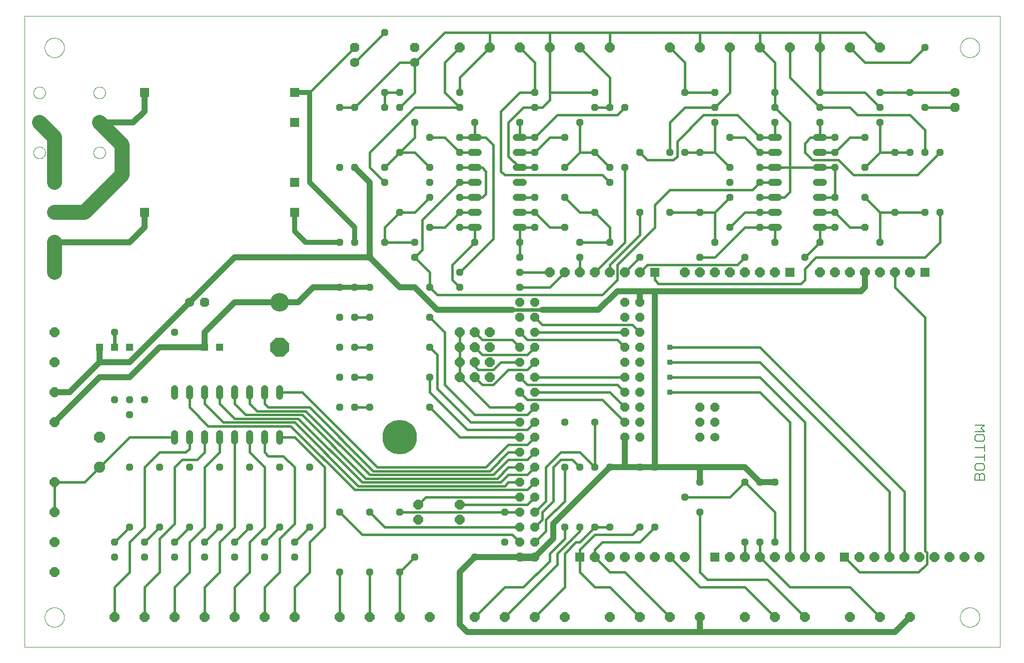
<source format=gbr>
G75*
%MOIN*%
%OFA0B0*%
%FSLAX25Y25*%
%IPPOS*%
%LPD*%
%AMOC8*
5,1,8,0,0,1.08239X$1,22.5*
%
%ADD10C,0.00000*%
%ADD11C,0.00600*%
%ADD12C,0.06000*%
%ADD13OC8,0.06000*%
%ADD14R,0.06496X0.06496*%
%ADD15OC8,0.06496*%
%ADD16C,0.04800*%
%ADD17OC8,0.06300*%
%ADD18C,0.06300*%
%ADD19OC8,0.04800*%
%ADD20R,0.05906X0.05906*%
%ADD21OC8,0.12400*%
%ADD22C,0.12400*%
%ADD23R,0.04724X0.04724*%
%ADD24C,0.07500*%
%ADD25OC8,0.07500*%
%ADD26R,0.07677X0.07677*%
%ADD27C,0.23000*%
%ADD28C,0.05000*%
%ADD29C,0.04000*%
%ADD30C,0.02400*%
%ADD31C,0.01600*%
%ADD32C,0.03200*%
%ADD33C,0.10000*%
%ADD34R,0.03543X0.03543*%
D10*
X0001000Y0001000D02*
X0001000Y0422201D01*
X0650921Y0422201D01*
X0650921Y0001000D01*
X0001000Y0001000D01*
X0014504Y0021000D02*
X0014506Y0021161D01*
X0014512Y0021321D01*
X0014522Y0021482D01*
X0014536Y0021642D01*
X0014554Y0021801D01*
X0014575Y0021961D01*
X0014601Y0022119D01*
X0014631Y0022277D01*
X0014664Y0022434D01*
X0014702Y0022591D01*
X0014743Y0022746D01*
X0014788Y0022900D01*
X0014837Y0023053D01*
X0014890Y0023205D01*
X0014946Y0023355D01*
X0015006Y0023504D01*
X0015070Y0023652D01*
X0015137Y0023798D01*
X0015208Y0023942D01*
X0015283Y0024084D01*
X0015361Y0024225D01*
X0015442Y0024363D01*
X0015527Y0024500D01*
X0015616Y0024634D01*
X0015707Y0024766D01*
X0015802Y0024896D01*
X0015900Y0025023D01*
X0016001Y0025148D01*
X0016105Y0025271D01*
X0016212Y0025390D01*
X0016322Y0025507D01*
X0016435Y0025622D01*
X0016551Y0025733D01*
X0016669Y0025842D01*
X0016790Y0025947D01*
X0016914Y0026050D01*
X0017040Y0026150D01*
X0017169Y0026246D01*
X0017300Y0026339D01*
X0017433Y0026429D01*
X0017568Y0026516D01*
X0017706Y0026599D01*
X0017845Y0026678D01*
X0017987Y0026755D01*
X0018130Y0026828D01*
X0018275Y0026897D01*
X0018422Y0026962D01*
X0018570Y0027024D01*
X0018720Y0027083D01*
X0018871Y0027137D01*
X0019023Y0027188D01*
X0019177Y0027235D01*
X0019332Y0027278D01*
X0019487Y0027317D01*
X0019644Y0027353D01*
X0019802Y0027385D01*
X0019960Y0027412D01*
X0020119Y0027436D01*
X0020278Y0027456D01*
X0020438Y0027472D01*
X0020599Y0027484D01*
X0020759Y0027492D01*
X0020920Y0027496D01*
X0021080Y0027496D01*
X0021241Y0027492D01*
X0021401Y0027484D01*
X0021562Y0027472D01*
X0021722Y0027456D01*
X0021881Y0027436D01*
X0022040Y0027412D01*
X0022198Y0027385D01*
X0022356Y0027353D01*
X0022513Y0027317D01*
X0022668Y0027278D01*
X0022823Y0027235D01*
X0022977Y0027188D01*
X0023129Y0027137D01*
X0023280Y0027083D01*
X0023430Y0027024D01*
X0023578Y0026962D01*
X0023725Y0026897D01*
X0023870Y0026828D01*
X0024013Y0026755D01*
X0024155Y0026678D01*
X0024294Y0026599D01*
X0024432Y0026516D01*
X0024567Y0026429D01*
X0024700Y0026339D01*
X0024831Y0026246D01*
X0024960Y0026150D01*
X0025086Y0026050D01*
X0025210Y0025947D01*
X0025331Y0025842D01*
X0025449Y0025733D01*
X0025565Y0025622D01*
X0025678Y0025507D01*
X0025788Y0025390D01*
X0025895Y0025271D01*
X0025999Y0025148D01*
X0026100Y0025023D01*
X0026198Y0024896D01*
X0026293Y0024766D01*
X0026384Y0024634D01*
X0026473Y0024500D01*
X0026558Y0024363D01*
X0026639Y0024225D01*
X0026717Y0024084D01*
X0026792Y0023942D01*
X0026863Y0023798D01*
X0026930Y0023652D01*
X0026994Y0023504D01*
X0027054Y0023355D01*
X0027110Y0023205D01*
X0027163Y0023053D01*
X0027212Y0022900D01*
X0027257Y0022746D01*
X0027298Y0022591D01*
X0027336Y0022434D01*
X0027369Y0022277D01*
X0027399Y0022119D01*
X0027425Y0021961D01*
X0027446Y0021801D01*
X0027464Y0021642D01*
X0027478Y0021482D01*
X0027488Y0021321D01*
X0027494Y0021161D01*
X0027496Y0021000D01*
X0027494Y0020839D01*
X0027488Y0020679D01*
X0027478Y0020518D01*
X0027464Y0020358D01*
X0027446Y0020199D01*
X0027425Y0020039D01*
X0027399Y0019881D01*
X0027369Y0019723D01*
X0027336Y0019566D01*
X0027298Y0019409D01*
X0027257Y0019254D01*
X0027212Y0019100D01*
X0027163Y0018947D01*
X0027110Y0018795D01*
X0027054Y0018645D01*
X0026994Y0018496D01*
X0026930Y0018348D01*
X0026863Y0018202D01*
X0026792Y0018058D01*
X0026717Y0017916D01*
X0026639Y0017775D01*
X0026558Y0017637D01*
X0026473Y0017500D01*
X0026384Y0017366D01*
X0026293Y0017234D01*
X0026198Y0017104D01*
X0026100Y0016977D01*
X0025999Y0016852D01*
X0025895Y0016729D01*
X0025788Y0016610D01*
X0025678Y0016493D01*
X0025565Y0016378D01*
X0025449Y0016267D01*
X0025331Y0016158D01*
X0025210Y0016053D01*
X0025086Y0015950D01*
X0024960Y0015850D01*
X0024831Y0015754D01*
X0024700Y0015661D01*
X0024567Y0015571D01*
X0024432Y0015484D01*
X0024294Y0015401D01*
X0024155Y0015322D01*
X0024013Y0015245D01*
X0023870Y0015172D01*
X0023725Y0015103D01*
X0023578Y0015038D01*
X0023430Y0014976D01*
X0023280Y0014917D01*
X0023129Y0014863D01*
X0022977Y0014812D01*
X0022823Y0014765D01*
X0022668Y0014722D01*
X0022513Y0014683D01*
X0022356Y0014647D01*
X0022198Y0014615D01*
X0022040Y0014588D01*
X0021881Y0014564D01*
X0021722Y0014544D01*
X0021562Y0014528D01*
X0021401Y0014516D01*
X0021241Y0014508D01*
X0021080Y0014504D01*
X0020920Y0014504D01*
X0020759Y0014508D01*
X0020599Y0014516D01*
X0020438Y0014528D01*
X0020278Y0014544D01*
X0020119Y0014564D01*
X0019960Y0014588D01*
X0019802Y0014615D01*
X0019644Y0014647D01*
X0019487Y0014683D01*
X0019332Y0014722D01*
X0019177Y0014765D01*
X0019023Y0014812D01*
X0018871Y0014863D01*
X0018720Y0014917D01*
X0018570Y0014976D01*
X0018422Y0015038D01*
X0018275Y0015103D01*
X0018130Y0015172D01*
X0017987Y0015245D01*
X0017845Y0015322D01*
X0017706Y0015401D01*
X0017568Y0015484D01*
X0017433Y0015571D01*
X0017300Y0015661D01*
X0017169Y0015754D01*
X0017040Y0015850D01*
X0016914Y0015950D01*
X0016790Y0016053D01*
X0016669Y0016158D01*
X0016551Y0016267D01*
X0016435Y0016378D01*
X0016322Y0016493D01*
X0016212Y0016610D01*
X0016105Y0016729D01*
X0016001Y0016852D01*
X0015900Y0016977D01*
X0015802Y0017104D01*
X0015707Y0017234D01*
X0015616Y0017366D01*
X0015527Y0017500D01*
X0015442Y0017637D01*
X0015361Y0017775D01*
X0015283Y0017916D01*
X0015208Y0018058D01*
X0015137Y0018202D01*
X0015070Y0018348D01*
X0015006Y0018496D01*
X0014946Y0018645D01*
X0014890Y0018795D01*
X0014837Y0018947D01*
X0014788Y0019100D01*
X0014743Y0019254D01*
X0014702Y0019409D01*
X0014664Y0019566D01*
X0014631Y0019723D01*
X0014601Y0019881D01*
X0014575Y0020039D01*
X0014554Y0020199D01*
X0014536Y0020358D01*
X0014522Y0020518D01*
X0014512Y0020679D01*
X0014506Y0020839D01*
X0014504Y0021000D01*
X0007063Y0331000D02*
X0007065Y0331125D01*
X0007071Y0331250D01*
X0007081Y0331374D01*
X0007095Y0331498D01*
X0007112Y0331622D01*
X0007134Y0331745D01*
X0007160Y0331867D01*
X0007189Y0331989D01*
X0007222Y0332109D01*
X0007260Y0332228D01*
X0007300Y0332347D01*
X0007345Y0332463D01*
X0007393Y0332578D01*
X0007445Y0332692D01*
X0007501Y0332804D01*
X0007560Y0332914D01*
X0007622Y0333022D01*
X0007688Y0333129D01*
X0007757Y0333233D01*
X0007830Y0333334D01*
X0007905Y0333434D01*
X0007984Y0333531D01*
X0008066Y0333625D01*
X0008151Y0333717D01*
X0008238Y0333806D01*
X0008329Y0333892D01*
X0008422Y0333975D01*
X0008518Y0334056D01*
X0008616Y0334133D01*
X0008716Y0334207D01*
X0008819Y0334278D01*
X0008924Y0334345D01*
X0009032Y0334410D01*
X0009141Y0334470D01*
X0009252Y0334528D01*
X0009365Y0334581D01*
X0009479Y0334631D01*
X0009595Y0334678D01*
X0009712Y0334720D01*
X0009831Y0334759D01*
X0009951Y0334795D01*
X0010072Y0334826D01*
X0010194Y0334854D01*
X0010316Y0334877D01*
X0010440Y0334897D01*
X0010564Y0334913D01*
X0010688Y0334925D01*
X0010813Y0334933D01*
X0010938Y0334937D01*
X0011062Y0334937D01*
X0011187Y0334933D01*
X0011312Y0334925D01*
X0011436Y0334913D01*
X0011560Y0334897D01*
X0011684Y0334877D01*
X0011806Y0334854D01*
X0011928Y0334826D01*
X0012049Y0334795D01*
X0012169Y0334759D01*
X0012288Y0334720D01*
X0012405Y0334678D01*
X0012521Y0334631D01*
X0012635Y0334581D01*
X0012748Y0334528D01*
X0012859Y0334470D01*
X0012969Y0334410D01*
X0013076Y0334345D01*
X0013181Y0334278D01*
X0013284Y0334207D01*
X0013384Y0334133D01*
X0013482Y0334056D01*
X0013578Y0333975D01*
X0013671Y0333892D01*
X0013762Y0333806D01*
X0013849Y0333717D01*
X0013934Y0333625D01*
X0014016Y0333531D01*
X0014095Y0333434D01*
X0014170Y0333334D01*
X0014243Y0333233D01*
X0014312Y0333129D01*
X0014378Y0333022D01*
X0014440Y0332914D01*
X0014499Y0332804D01*
X0014555Y0332692D01*
X0014607Y0332578D01*
X0014655Y0332463D01*
X0014700Y0332347D01*
X0014740Y0332228D01*
X0014778Y0332109D01*
X0014811Y0331989D01*
X0014840Y0331867D01*
X0014866Y0331745D01*
X0014888Y0331622D01*
X0014905Y0331498D01*
X0014919Y0331374D01*
X0014929Y0331250D01*
X0014935Y0331125D01*
X0014937Y0331000D01*
X0014935Y0330875D01*
X0014929Y0330750D01*
X0014919Y0330626D01*
X0014905Y0330502D01*
X0014888Y0330378D01*
X0014866Y0330255D01*
X0014840Y0330133D01*
X0014811Y0330011D01*
X0014778Y0329891D01*
X0014740Y0329772D01*
X0014700Y0329653D01*
X0014655Y0329537D01*
X0014607Y0329422D01*
X0014555Y0329308D01*
X0014499Y0329196D01*
X0014440Y0329086D01*
X0014378Y0328978D01*
X0014312Y0328871D01*
X0014243Y0328767D01*
X0014170Y0328666D01*
X0014095Y0328566D01*
X0014016Y0328469D01*
X0013934Y0328375D01*
X0013849Y0328283D01*
X0013762Y0328194D01*
X0013671Y0328108D01*
X0013578Y0328025D01*
X0013482Y0327944D01*
X0013384Y0327867D01*
X0013284Y0327793D01*
X0013181Y0327722D01*
X0013076Y0327655D01*
X0012968Y0327590D01*
X0012859Y0327530D01*
X0012748Y0327472D01*
X0012635Y0327419D01*
X0012521Y0327369D01*
X0012405Y0327322D01*
X0012288Y0327280D01*
X0012169Y0327241D01*
X0012049Y0327205D01*
X0011928Y0327174D01*
X0011806Y0327146D01*
X0011684Y0327123D01*
X0011560Y0327103D01*
X0011436Y0327087D01*
X0011312Y0327075D01*
X0011187Y0327067D01*
X0011062Y0327063D01*
X0010938Y0327063D01*
X0010813Y0327067D01*
X0010688Y0327075D01*
X0010564Y0327087D01*
X0010440Y0327103D01*
X0010316Y0327123D01*
X0010194Y0327146D01*
X0010072Y0327174D01*
X0009951Y0327205D01*
X0009831Y0327241D01*
X0009712Y0327280D01*
X0009595Y0327322D01*
X0009479Y0327369D01*
X0009365Y0327419D01*
X0009252Y0327472D01*
X0009141Y0327530D01*
X0009031Y0327590D01*
X0008924Y0327655D01*
X0008819Y0327722D01*
X0008716Y0327793D01*
X0008616Y0327867D01*
X0008518Y0327944D01*
X0008422Y0328025D01*
X0008329Y0328108D01*
X0008238Y0328194D01*
X0008151Y0328283D01*
X0008066Y0328375D01*
X0007984Y0328469D01*
X0007905Y0328566D01*
X0007830Y0328666D01*
X0007757Y0328767D01*
X0007688Y0328871D01*
X0007622Y0328978D01*
X0007560Y0329086D01*
X0007501Y0329196D01*
X0007445Y0329308D01*
X0007393Y0329422D01*
X0007345Y0329537D01*
X0007300Y0329653D01*
X0007260Y0329772D01*
X0007222Y0329891D01*
X0007189Y0330011D01*
X0007160Y0330133D01*
X0007134Y0330255D01*
X0007112Y0330378D01*
X0007095Y0330502D01*
X0007081Y0330626D01*
X0007071Y0330750D01*
X0007065Y0330875D01*
X0007063Y0331000D01*
X0047063Y0331000D02*
X0047065Y0331125D01*
X0047071Y0331250D01*
X0047081Y0331374D01*
X0047095Y0331498D01*
X0047112Y0331622D01*
X0047134Y0331745D01*
X0047160Y0331867D01*
X0047189Y0331989D01*
X0047222Y0332109D01*
X0047260Y0332228D01*
X0047300Y0332347D01*
X0047345Y0332463D01*
X0047393Y0332578D01*
X0047445Y0332692D01*
X0047501Y0332804D01*
X0047560Y0332914D01*
X0047622Y0333022D01*
X0047688Y0333129D01*
X0047757Y0333233D01*
X0047830Y0333334D01*
X0047905Y0333434D01*
X0047984Y0333531D01*
X0048066Y0333625D01*
X0048151Y0333717D01*
X0048238Y0333806D01*
X0048329Y0333892D01*
X0048422Y0333975D01*
X0048518Y0334056D01*
X0048616Y0334133D01*
X0048716Y0334207D01*
X0048819Y0334278D01*
X0048924Y0334345D01*
X0049032Y0334410D01*
X0049141Y0334470D01*
X0049252Y0334528D01*
X0049365Y0334581D01*
X0049479Y0334631D01*
X0049595Y0334678D01*
X0049712Y0334720D01*
X0049831Y0334759D01*
X0049951Y0334795D01*
X0050072Y0334826D01*
X0050194Y0334854D01*
X0050316Y0334877D01*
X0050440Y0334897D01*
X0050564Y0334913D01*
X0050688Y0334925D01*
X0050813Y0334933D01*
X0050938Y0334937D01*
X0051062Y0334937D01*
X0051187Y0334933D01*
X0051312Y0334925D01*
X0051436Y0334913D01*
X0051560Y0334897D01*
X0051684Y0334877D01*
X0051806Y0334854D01*
X0051928Y0334826D01*
X0052049Y0334795D01*
X0052169Y0334759D01*
X0052288Y0334720D01*
X0052405Y0334678D01*
X0052521Y0334631D01*
X0052635Y0334581D01*
X0052748Y0334528D01*
X0052859Y0334470D01*
X0052969Y0334410D01*
X0053076Y0334345D01*
X0053181Y0334278D01*
X0053284Y0334207D01*
X0053384Y0334133D01*
X0053482Y0334056D01*
X0053578Y0333975D01*
X0053671Y0333892D01*
X0053762Y0333806D01*
X0053849Y0333717D01*
X0053934Y0333625D01*
X0054016Y0333531D01*
X0054095Y0333434D01*
X0054170Y0333334D01*
X0054243Y0333233D01*
X0054312Y0333129D01*
X0054378Y0333022D01*
X0054440Y0332914D01*
X0054499Y0332804D01*
X0054555Y0332692D01*
X0054607Y0332578D01*
X0054655Y0332463D01*
X0054700Y0332347D01*
X0054740Y0332228D01*
X0054778Y0332109D01*
X0054811Y0331989D01*
X0054840Y0331867D01*
X0054866Y0331745D01*
X0054888Y0331622D01*
X0054905Y0331498D01*
X0054919Y0331374D01*
X0054929Y0331250D01*
X0054935Y0331125D01*
X0054937Y0331000D01*
X0054935Y0330875D01*
X0054929Y0330750D01*
X0054919Y0330626D01*
X0054905Y0330502D01*
X0054888Y0330378D01*
X0054866Y0330255D01*
X0054840Y0330133D01*
X0054811Y0330011D01*
X0054778Y0329891D01*
X0054740Y0329772D01*
X0054700Y0329653D01*
X0054655Y0329537D01*
X0054607Y0329422D01*
X0054555Y0329308D01*
X0054499Y0329196D01*
X0054440Y0329086D01*
X0054378Y0328978D01*
X0054312Y0328871D01*
X0054243Y0328767D01*
X0054170Y0328666D01*
X0054095Y0328566D01*
X0054016Y0328469D01*
X0053934Y0328375D01*
X0053849Y0328283D01*
X0053762Y0328194D01*
X0053671Y0328108D01*
X0053578Y0328025D01*
X0053482Y0327944D01*
X0053384Y0327867D01*
X0053284Y0327793D01*
X0053181Y0327722D01*
X0053076Y0327655D01*
X0052968Y0327590D01*
X0052859Y0327530D01*
X0052748Y0327472D01*
X0052635Y0327419D01*
X0052521Y0327369D01*
X0052405Y0327322D01*
X0052288Y0327280D01*
X0052169Y0327241D01*
X0052049Y0327205D01*
X0051928Y0327174D01*
X0051806Y0327146D01*
X0051684Y0327123D01*
X0051560Y0327103D01*
X0051436Y0327087D01*
X0051312Y0327075D01*
X0051187Y0327067D01*
X0051062Y0327063D01*
X0050938Y0327063D01*
X0050813Y0327067D01*
X0050688Y0327075D01*
X0050564Y0327087D01*
X0050440Y0327103D01*
X0050316Y0327123D01*
X0050194Y0327146D01*
X0050072Y0327174D01*
X0049951Y0327205D01*
X0049831Y0327241D01*
X0049712Y0327280D01*
X0049595Y0327322D01*
X0049479Y0327369D01*
X0049365Y0327419D01*
X0049252Y0327472D01*
X0049141Y0327530D01*
X0049031Y0327590D01*
X0048924Y0327655D01*
X0048819Y0327722D01*
X0048716Y0327793D01*
X0048616Y0327867D01*
X0048518Y0327944D01*
X0048422Y0328025D01*
X0048329Y0328108D01*
X0048238Y0328194D01*
X0048151Y0328283D01*
X0048066Y0328375D01*
X0047984Y0328469D01*
X0047905Y0328566D01*
X0047830Y0328666D01*
X0047757Y0328767D01*
X0047688Y0328871D01*
X0047622Y0328978D01*
X0047560Y0329086D01*
X0047501Y0329196D01*
X0047445Y0329308D01*
X0047393Y0329422D01*
X0047345Y0329537D01*
X0047300Y0329653D01*
X0047260Y0329772D01*
X0047222Y0329891D01*
X0047189Y0330011D01*
X0047160Y0330133D01*
X0047134Y0330255D01*
X0047112Y0330378D01*
X0047095Y0330502D01*
X0047081Y0330626D01*
X0047071Y0330750D01*
X0047065Y0330875D01*
X0047063Y0331000D01*
X0047063Y0371000D02*
X0047065Y0371125D01*
X0047071Y0371250D01*
X0047081Y0371374D01*
X0047095Y0371498D01*
X0047112Y0371622D01*
X0047134Y0371745D01*
X0047160Y0371867D01*
X0047189Y0371989D01*
X0047222Y0372109D01*
X0047260Y0372228D01*
X0047300Y0372347D01*
X0047345Y0372463D01*
X0047393Y0372578D01*
X0047445Y0372692D01*
X0047501Y0372804D01*
X0047560Y0372914D01*
X0047622Y0373022D01*
X0047688Y0373129D01*
X0047757Y0373233D01*
X0047830Y0373334D01*
X0047905Y0373434D01*
X0047984Y0373531D01*
X0048066Y0373625D01*
X0048151Y0373717D01*
X0048238Y0373806D01*
X0048329Y0373892D01*
X0048422Y0373975D01*
X0048518Y0374056D01*
X0048616Y0374133D01*
X0048716Y0374207D01*
X0048819Y0374278D01*
X0048924Y0374345D01*
X0049032Y0374410D01*
X0049141Y0374470D01*
X0049252Y0374528D01*
X0049365Y0374581D01*
X0049479Y0374631D01*
X0049595Y0374678D01*
X0049712Y0374720D01*
X0049831Y0374759D01*
X0049951Y0374795D01*
X0050072Y0374826D01*
X0050194Y0374854D01*
X0050316Y0374877D01*
X0050440Y0374897D01*
X0050564Y0374913D01*
X0050688Y0374925D01*
X0050813Y0374933D01*
X0050938Y0374937D01*
X0051062Y0374937D01*
X0051187Y0374933D01*
X0051312Y0374925D01*
X0051436Y0374913D01*
X0051560Y0374897D01*
X0051684Y0374877D01*
X0051806Y0374854D01*
X0051928Y0374826D01*
X0052049Y0374795D01*
X0052169Y0374759D01*
X0052288Y0374720D01*
X0052405Y0374678D01*
X0052521Y0374631D01*
X0052635Y0374581D01*
X0052748Y0374528D01*
X0052859Y0374470D01*
X0052969Y0374410D01*
X0053076Y0374345D01*
X0053181Y0374278D01*
X0053284Y0374207D01*
X0053384Y0374133D01*
X0053482Y0374056D01*
X0053578Y0373975D01*
X0053671Y0373892D01*
X0053762Y0373806D01*
X0053849Y0373717D01*
X0053934Y0373625D01*
X0054016Y0373531D01*
X0054095Y0373434D01*
X0054170Y0373334D01*
X0054243Y0373233D01*
X0054312Y0373129D01*
X0054378Y0373022D01*
X0054440Y0372914D01*
X0054499Y0372804D01*
X0054555Y0372692D01*
X0054607Y0372578D01*
X0054655Y0372463D01*
X0054700Y0372347D01*
X0054740Y0372228D01*
X0054778Y0372109D01*
X0054811Y0371989D01*
X0054840Y0371867D01*
X0054866Y0371745D01*
X0054888Y0371622D01*
X0054905Y0371498D01*
X0054919Y0371374D01*
X0054929Y0371250D01*
X0054935Y0371125D01*
X0054937Y0371000D01*
X0054935Y0370875D01*
X0054929Y0370750D01*
X0054919Y0370626D01*
X0054905Y0370502D01*
X0054888Y0370378D01*
X0054866Y0370255D01*
X0054840Y0370133D01*
X0054811Y0370011D01*
X0054778Y0369891D01*
X0054740Y0369772D01*
X0054700Y0369653D01*
X0054655Y0369537D01*
X0054607Y0369422D01*
X0054555Y0369308D01*
X0054499Y0369196D01*
X0054440Y0369086D01*
X0054378Y0368978D01*
X0054312Y0368871D01*
X0054243Y0368767D01*
X0054170Y0368666D01*
X0054095Y0368566D01*
X0054016Y0368469D01*
X0053934Y0368375D01*
X0053849Y0368283D01*
X0053762Y0368194D01*
X0053671Y0368108D01*
X0053578Y0368025D01*
X0053482Y0367944D01*
X0053384Y0367867D01*
X0053284Y0367793D01*
X0053181Y0367722D01*
X0053076Y0367655D01*
X0052968Y0367590D01*
X0052859Y0367530D01*
X0052748Y0367472D01*
X0052635Y0367419D01*
X0052521Y0367369D01*
X0052405Y0367322D01*
X0052288Y0367280D01*
X0052169Y0367241D01*
X0052049Y0367205D01*
X0051928Y0367174D01*
X0051806Y0367146D01*
X0051684Y0367123D01*
X0051560Y0367103D01*
X0051436Y0367087D01*
X0051312Y0367075D01*
X0051187Y0367067D01*
X0051062Y0367063D01*
X0050938Y0367063D01*
X0050813Y0367067D01*
X0050688Y0367075D01*
X0050564Y0367087D01*
X0050440Y0367103D01*
X0050316Y0367123D01*
X0050194Y0367146D01*
X0050072Y0367174D01*
X0049951Y0367205D01*
X0049831Y0367241D01*
X0049712Y0367280D01*
X0049595Y0367322D01*
X0049479Y0367369D01*
X0049365Y0367419D01*
X0049252Y0367472D01*
X0049141Y0367530D01*
X0049031Y0367590D01*
X0048924Y0367655D01*
X0048819Y0367722D01*
X0048716Y0367793D01*
X0048616Y0367867D01*
X0048518Y0367944D01*
X0048422Y0368025D01*
X0048329Y0368108D01*
X0048238Y0368194D01*
X0048151Y0368283D01*
X0048066Y0368375D01*
X0047984Y0368469D01*
X0047905Y0368566D01*
X0047830Y0368666D01*
X0047757Y0368767D01*
X0047688Y0368871D01*
X0047622Y0368978D01*
X0047560Y0369086D01*
X0047501Y0369196D01*
X0047445Y0369308D01*
X0047393Y0369422D01*
X0047345Y0369537D01*
X0047300Y0369653D01*
X0047260Y0369772D01*
X0047222Y0369891D01*
X0047189Y0370011D01*
X0047160Y0370133D01*
X0047134Y0370255D01*
X0047112Y0370378D01*
X0047095Y0370502D01*
X0047081Y0370626D01*
X0047071Y0370750D01*
X0047065Y0370875D01*
X0047063Y0371000D01*
X0007063Y0371000D02*
X0007065Y0371125D01*
X0007071Y0371250D01*
X0007081Y0371374D01*
X0007095Y0371498D01*
X0007112Y0371622D01*
X0007134Y0371745D01*
X0007160Y0371867D01*
X0007189Y0371989D01*
X0007222Y0372109D01*
X0007260Y0372228D01*
X0007300Y0372347D01*
X0007345Y0372463D01*
X0007393Y0372578D01*
X0007445Y0372692D01*
X0007501Y0372804D01*
X0007560Y0372914D01*
X0007622Y0373022D01*
X0007688Y0373129D01*
X0007757Y0373233D01*
X0007830Y0373334D01*
X0007905Y0373434D01*
X0007984Y0373531D01*
X0008066Y0373625D01*
X0008151Y0373717D01*
X0008238Y0373806D01*
X0008329Y0373892D01*
X0008422Y0373975D01*
X0008518Y0374056D01*
X0008616Y0374133D01*
X0008716Y0374207D01*
X0008819Y0374278D01*
X0008924Y0374345D01*
X0009032Y0374410D01*
X0009141Y0374470D01*
X0009252Y0374528D01*
X0009365Y0374581D01*
X0009479Y0374631D01*
X0009595Y0374678D01*
X0009712Y0374720D01*
X0009831Y0374759D01*
X0009951Y0374795D01*
X0010072Y0374826D01*
X0010194Y0374854D01*
X0010316Y0374877D01*
X0010440Y0374897D01*
X0010564Y0374913D01*
X0010688Y0374925D01*
X0010813Y0374933D01*
X0010938Y0374937D01*
X0011062Y0374937D01*
X0011187Y0374933D01*
X0011312Y0374925D01*
X0011436Y0374913D01*
X0011560Y0374897D01*
X0011684Y0374877D01*
X0011806Y0374854D01*
X0011928Y0374826D01*
X0012049Y0374795D01*
X0012169Y0374759D01*
X0012288Y0374720D01*
X0012405Y0374678D01*
X0012521Y0374631D01*
X0012635Y0374581D01*
X0012748Y0374528D01*
X0012859Y0374470D01*
X0012969Y0374410D01*
X0013076Y0374345D01*
X0013181Y0374278D01*
X0013284Y0374207D01*
X0013384Y0374133D01*
X0013482Y0374056D01*
X0013578Y0373975D01*
X0013671Y0373892D01*
X0013762Y0373806D01*
X0013849Y0373717D01*
X0013934Y0373625D01*
X0014016Y0373531D01*
X0014095Y0373434D01*
X0014170Y0373334D01*
X0014243Y0373233D01*
X0014312Y0373129D01*
X0014378Y0373022D01*
X0014440Y0372914D01*
X0014499Y0372804D01*
X0014555Y0372692D01*
X0014607Y0372578D01*
X0014655Y0372463D01*
X0014700Y0372347D01*
X0014740Y0372228D01*
X0014778Y0372109D01*
X0014811Y0371989D01*
X0014840Y0371867D01*
X0014866Y0371745D01*
X0014888Y0371622D01*
X0014905Y0371498D01*
X0014919Y0371374D01*
X0014929Y0371250D01*
X0014935Y0371125D01*
X0014937Y0371000D01*
X0014935Y0370875D01*
X0014929Y0370750D01*
X0014919Y0370626D01*
X0014905Y0370502D01*
X0014888Y0370378D01*
X0014866Y0370255D01*
X0014840Y0370133D01*
X0014811Y0370011D01*
X0014778Y0369891D01*
X0014740Y0369772D01*
X0014700Y0369653D01*
X0014655Y0369537D01*
X0014607Y0369422D01*
X0014555Y0369308D01*
X0014499Y0369196D01*
X0014440Y0369086D01*
X0014378Y0368978D01*
X0014312Y0368871D01*
X0014243Y0368767D01*
X0014170Y0368666D01*
X0014095Y0368566D01*
X0014016Y0368469D01*
X0013934Y0368375D01*
X0013849Y0368283D01*
X0013762Y0368194D01*
X0013671Y0368108D01*
X0013578Y0368025D01*
X0013482Y0367944D01*
X0013384Y0367867D01*
X0013284Y0367793D01*
X0013181Y0367722D01*
X0013076Y0367655D01*
X0012968Y0367590D01*
X0012859Y0367530D01*
X0012748Y0367472D01*
X0012635Y0367419D01*
X0012521Y0367369D01*
X0012405Y0367322D01*
X0012288Y0367280D01*
X0012169Y0367241D01*
X0012049Y0367205D01*
X0011928Y0367174D01*
X0011806Y0367146D01*
X0011684Y0367123D01*
X0011560Y0367103D01*
X0011436Y0367087D01*
X0011312Y0367075D01*
X0011187Y0367067D01*
X0011062Y0367063D01*
X0010938Y0367063D01*
X0010813Y0367067D01*
X0010688Y0367075D01*
X0010564Y0367087D01*
X0010440Y0367103D01*
X0010316Y0367123D01*
X0010194Y0367146D01*
X0010072Y0367174D01*
X0009951Y0367205D01*
X0009831Y0367241D01*
X0009712Y0367280D01*
X0009595Y0367322D01*
X0009479Y0367369D01*
X0009365Y0367419D01*
X0009252Y0367472D01*
X0009141Y0367530D01*
X0009031Y0367590D01*
X0008924Y0367655D01*
X0008819Y0367722D01*
X0008716Y0367793D01*
X0008616Y0367867D01*
X0008518Y0367944D01*
X0008422Y0368025D01*
X0008329Y0368108D01*
X0008238Y0368194D01*
X0008151Y0368283D01*
X0008066Y0368375D01*
X0007984Y0368469D01*
X0007905Y0368566D01*
X0007830Y0368666D01*
X0007757Y0368767D01*
X0007688Y0368871D01*
X0007622Y0368978D01*
X0007560Y0369086D01*
X0007501Y0369196D01*
X0007445Y0369308D01*
X0007393Y0369422D01*
X0007345Y0369537D01*
X0007300Y0369653D01*
X0007260Y0369772D01*
X0007222Y0369891D01*
X0007189Y0370011D01*
X0007160Y0370133D01*
X0007134Y0370255D01*
X0007112Y0370378D01*
X0007095Y0370502D01*
X0007081Y0370626D01*
X0007071Y0370750D01*
X0007065Y0370875D01*
X0007063Y0371000D01*
X0014504Y0401000D02*
X0014506Y0401161D01*
X0014512Y0401321D01*
X0014522Y0401482D01*
X0014536Y0401642D01*
X0014554Y0401801D01*
X0014575Y0401961D01*
X0014601Y0402119D01*
X0014631Y0402277D01*
X0014664Y0402434D01*
X0014702Y0402591D01*
X0014743Y0402746D01*
X0014788Y0402900D01*
X0014837Y0403053D01*
X0014890Y0403205D01*
X0014946Y0403355D01*
X0015006Y0403504D01*
X0015070Y0403652D01*
X0015137Y0403798D01*
X0015208Y0403942D01*
X0015283Y0404084D01*
X0015361Y0404225D01*
X0015442Y0404363D01*
X0015527Y0404500D01*
X0015616Y0404634D01*
X0015707Y0404766D01*
X0015802Y0404896D01*
X0015900Y0405023D01*
X0016001Y0405148D01*
X0016105Y0405271D01*
X0016212Y0405390D01*
X0016322Y0405507D01*
X0016435Y0405622D01*
X0016551Y0405733D01*
X0016669Y0405842D01*
X0016790Y0405947D01*
X0016914Y0406050D01*
X0017040Y0406150D01*
X0017169Y0406246D01*
X0017300Y0406339D01*
X0017433Y0406429D01*
X0017568Y0406516D01*
X0017706Y0406599D01*
X0017845Y0406678D01*
X0017987Y0406755D01*
X0018130Y0406828D01*
X0018275Y0406897D01*
X0018422Y0406962D01*
X0018570Y0407024D01*
X0018720Y0407083D01*
X0018871Y0407137D01*
X0019023Y0407188D01*
X0019177Y0407235D01*
X0019332Y0407278D01*
X0019487Y0407317D01*
X0019644Y0407353D01*
X0019802Y0407385D01*
X0019960Y0407412D01*
X0020119Y0407436D01*
X0020278Y0407456D01*
X0020438Y0407472D01*
X0020599Y0407484D01*
X0020759Y0407492D01*
X0020920Y0407496D01*
X0021080Y0407496D01*
X0021241Y0407492D01*
X0021401Y0407484D01*
X0021562Y0407472D01*
X0021722Y0407456D01*
X0021881Y0407436D01*
X0022040Y0407412D01*
X0022198Y0407385D01*
X0022356Y0407353D01*
X0022513Y0407317D01*
X0022668Y0407278D01*
X0022823Y0407235D01*
X0022977Y0407188D01*
X0023129Y0407137D01*
X0023280Y0407083D01*
X0023430Y0407024D01*
X0023578Y0406962D01*
X0023725Y0406897D01*
X0023870Y0406828D01*
X0024013Y0406755D01*
X0024155Y0406678D01*
X0024294Y0406599D01*
X0024432Y0406516D01*
X0024567Y0406429D01*
X0024700Y0406339D01*
X0024831Y0406246D01*
X0024960Y0406150D01*
X0025086Y0406050D01*
X0025210Y0405947D01*
X0025331Y0405842D01*
X0025449Y0405733D01*
X0025565Y0405622D01*
X0025678Y0405507D01*
X0025788Y0405390D01*
X0025895Y0405271D01*
X0025999Y0405148D01*
X0026100Y0405023D01*
X0026198Y0404896D01*
X0026293Y0404766D01*
X0026384Y0404634D01*
X0026473Y0404500D01*
X0026558Y0404363D01*
X0026639Y0404225D01*
X0026717Y0404084D01*
X0026792Y0403942D01*
X0026863Y0403798D01*
X0026930Y0403652D01*
X0026994Y0403504D01*
X0027054Y0403355D01*
X0027110Y0403205D01*
X0027163Y0403053D01*
X0027212Y0402900D01*
X0027257Y0402746D01*
X0027298Y0402591D01*
X0027336Y0402434D01*
X0027369Y0402277D01*
X0027399Y0402119D01*
X0027425Y0401961D01*
X0027446Y0401801D01*
X0027464Y0401642D01*
X0027478Y0401482D01*
X0027488Y0401321D01*
X0027494Y0401161D01*
X0027496Y0401000D01*
X0027494Y0400839D01*
X0027488Y0400679D01*
X0027478Y0400518D01*
X0027464Y0400358D01*
X0027446Y0400199D01*
X0027425Y0400039D01*
X0027399Y0399881D01*
X0027369Y0399723D01*
X0027336Y0399566D01*
X0027298Y0399409D01*
X0027257Y0399254D01*
X0027212Y0399100D01*
X0027163Y0398947D01*
X0027110Y0398795D01*
X0027054Y0398645D01*
X0026994Y0398496D01*
X0026930Y0398348D01*
X0026863Y0398202D01*
X0026792Y0398058D01*
X0026717Y0397916D01*
X0026639Y0397775D01*
X0026558Y0397637D01*
X0026473Y0397500D01*
X0026384Y0397366D01*
X0026293Y0397234D01*
X0026198Y0397104D01*
X0026100Y0396977D01*
X0025999Y0396852D01*
X0025895Y0396729D01*
X0025788Y0396610D01*
X0025678Y0396493D01*
X0025565Y0396378D01*
X0025449Y0396267D01*
X0025331Y0396158D01*
X0025210Y0396053D01*
X0025086Y0395950D01*
X0024960Y0395850D01*
X0024831Y0395754D01*
X0024700Y0395661D01*
X0024567Y0395571D01*
X0024432Y0395484D01*
X0024294Y0395401D01*
X0024155Y0395322D01*
X0024013Y0395245D01*
X0023870Y0395172D01*
X0023725Y0395103D01*
X0023578Y0395038D01*
X0023430Y0394976D01*
X0023280Y0394917D01*
X0023129Y0394863D01*
X0022977Y0394812D01*
X0022823Y0394765D01*
X0022668Y0394722D01*
X0022513Y0394683D01*
X0022356Y0394647D01*
X0022198Y0394615D01*
X0022040Y0394588D01*
X0021881Y0394564D01*
X0021722Y0394544D01*
X0021562Y0394528D01*
X0021401Y0394516D01*
X0021241Y0394508D01*
X0021080Y0394504D01*
X0020920Y0394504D01*
X0020759Y0394508D01*
X0020599Y0394516D01*
X0020438Y0394528D01*
X0020278Y0394544D01*
X0020119Y0394564D01*
X0019960Y0394588D01*
X0019802Y0394615D01*
X0019644Y0394647D01*
X0019487Y0394683D01*
X0019332Y0394722D01*
X0019177Y0394765D01*
X0019023Y0394812D01*
X0018871Y0394863D01*
X0018720Y0394917D01*
X0018570Y0394976D01*
X0018422Y0395038D01*
X0018275Y0395103D01*
X0018130Y0395172D01*
X0017987Y0395245D01*
X0017845Y0395322D01*
X0017706Y0395401D01*
X0017568Y0395484D01*
X0017433Y0395571D01*
X0017300Y0395661D01*
X0017169Y0395754D01*
X0017040Y0395850D01*
X0016914Y0395950D01*
X0016790Y0396053D01*
X0016669Y0396158D01*
X0016551Y0396267D01*
X0016435Y0396378D01*
X0016322Y0396493D01*
X0016212Y0396610D01*
X0016105Y0396729D01*
X0016001Y0396852D01*
X0015900Y0396977D01*
X0015802Y0397104D01*
X0015707Y0397234D01*
X0015616Y0397366D01*
X0015527Y0397500D01*
X0015442Y0397637D01*
X0015361Y0397775D01*
X0015283Y0397916D01*
X0015208Y0398058D01*
X0015137Y0398202D01*
X0015070Y0398348D01*
X0015006Y0398496D01*
X0014946Y0398645D01*
X0014890Y0398795D01*
X0014837Y0398947D01*
X0014788Y0399100D01*
X0014743Y0399254D01*
X0014702Y0399409D01*
X0014664Y0399566D01*
X0014631Y0399723D01*
X0014601Y0399881D01*
X0014575Y0400039D01*
X0014554Y0400199D01*
X0014536Y0400358D01*
X0014522Y0400518D01*
X0014512Y0400679D01*
X0014506Y0400839D01*
X0014504Y0401000D01*
X0624504Y0401000D02*
X0624506Y0401161D01*
X0624512Y0401321D01*
X0624522Y0401482D01*
X0624536Y0401642D01*
X0624554Y0401801D01*
X0624575Y0401961D01*
X0624601Y0402119D01*
X0624631Y0402277D01*
X0624664Y0402434D01*
X0624702Y0402591D01*
X0624743Y0402746D01*
X0624788Y0402900D01*
X0624837Y0403053D01*
X0624890Y0403205D01*
X0624946Y0403355D01*
X0625006Y0403504D01*
X0625070Y0403652D01*
X0625137Y0403798D01*
X0625208Y0403942D01*
X0625283Y0404084D01*
X0625361Y0404225D01*
X0625442Y0404363D01*
X0625527Y0404500D01*
X0625616Y0404634D01*
X0625707Y0404766D01*
X0625802Y0404896D01*
X0625900Y0405023D01*
X0626001Y0405148D01*
X0626105Y0405271D01*
X0626212Y0405390D01*
X0626322Y0405507D01*
X0626435Y0405622D01*
X0626551Y0405733D01*
X0626669Y0405842D01*
X0626790Y0405947D01*
X0626914Y0406050D01*
X0627040Y0406150D01*
X0627169Y0406246D01*
X0627300Y0406339D01*
X0627433Y0406429D01*
X0627568Y0406516D01*
X0627706Y0406599D01*
X0627845Y0406678D01*
X0627987Y0406755D01*
X0628130Y0406828D01*
X0628275Y0406897D01*
X0628422Y0406962D01*
X0628570Y0407024D01*
X0628720Y0407083D01*
X0628871Y0407137D01*
X0629023Y0407188D01*
X0629177Y0407235D01*
X0629332Y0407278D01*
X0629487Y0407317D01*
X0629644Y0407353D01*
X0629802Y0407385D01*
X0629960Y0407412D01*
X0630119Y0407436D01*
X0630278Y0407456D01*
X0630438Y0407472D01*
X0630599Y0407484D01*
X0630759Y0407492D01*
X0630920Y0407496D01*
X0631080Y0407496D01*
X0631241Y0407492D01*
X0631401Y0407484D01*
X0631562Y0407472D01*
X0631722Y0407456D01*
X0631881Y0407436D01*
X0632040Y0407412D01*
X0632198Y0407385D01*
X0632356Y0407353D01*
X0632513Y0407317D01*
X0632668Y0407278D01*
X0632823Y0407235D01*
X0632977Y0407188D01*
X0633129Y0407137D01*
X0633280Y0407083D01*
X0633430Y0407024D01*
X0633578Y0406962D01*
X0633725Y0406897D01*
X0633870Y0406828D01*
X0634013Y0406755D01*
X0634155Y0406678D01*
X0634294Y0406599D01*
X0634432Y0406516D01*
X0634567Y0406429D01*
X0634700Y0406339D01*
X0634831Y0406246D01*
X0634960Y0406150D01*
X0635086Y0406050D01*
X0635210Y0405947D01*
X0635331Y0405842D01*
X0635449Y0405733D01*
X0635565Y0405622D01*
X0635678Y0405507D01*
X0635788Y0405390D01*
X0635895Y0405271D01*
X0635999Y0405148D01*
X0636100Y0405023D01*
X0636198Y0404896D01*
X0636293Y0404766D01*
X0636384Y0404634D01*
X0636473Y0404500D01*
X0636558Y0404363D01*
X0636639Y0404225D01*
X0636717Y0404084D01*
X0636792Y0403942D01*
X0636863Y0403798D01*
X0636930Y0403652D01*
X0636994Y0403504D01*
X0637054Y0403355D01*
X0637110Y0403205D01*
X0637163Y0403053D01*
X0637212Y0402900D01*
X0637257Y0402746D01*
X0637298Y0402591D01*
X0637336Y0402434D01*
X0637369Y0402277D01*
X0637399Y0402119D01*
X0637425Y0401961D01*
X0637446Y0401801D01*
X0637464Y0401642D01*
X0637478Y0401482D01*
X0637488Y0401321D01*
X0637494Y0401161D01*
X0637496Y0401000D01*
X0637494Y0400839D01*
X0637488Y0400679D01*
X0637478Y0400518D01*
X0637464Y0400358D01*
X0637446Y0400199D01*
X0637425Y0400039D01*
X0637399Y0399881D01*
X0637369Y0399723D01*
X0637336Y0399566D01*
X0637298Y0399409D01*
X0637257Y0399254D01*
X0637212Y0399100D01*
X0637163Y0398947D01*
X0637110Y0398795D01*
X0637054Y0398645D01*
X0636994Y0398496D01*
X0636930Y0398348D01*
X0636863Y0398202D01*
X0636792Y0398058D01*
X0636717Y0397916D01*
X0636639Y0397775D01*
X0636558Y0397637D01*
X0636473Y0397500D01*
X0636384Y0397366D01*
X0636293Y0397234D01*
X0636198Y0397104D01*
X0636100Y0396977D01*
X0635999Y0396852D01*
X0635895Y0396729D01*
X0635788Y0396610D01*
X0635678Y0396493D01*
X0635565Y0396378D01*
X0635449Y0396267D01*
X0635331Y0396158D01*
X0635210Y0396053D01*
X0635086Y0395950D01*
X0634960Y0395850D01*
X0634831Y0395754D01*
X0634700Y0395661D01*
X0634567Y0395571D01*
X0634432Y0395484D01*
X0634294Y0395401D01*
X0634155Y0395322D01*
X0634013Y0395245D01*
X0633870Y0395172D01*
X0633725Y0395103D01*
X0633578Y0395038D01*
X0633430Y0394976D01*
X0633280Y0394917D01*
X0633129Y0394863D01*
X0632977Y0394812D01*
X0632823Y0394765D01*
X0632668Y0394722D01*
X0632513Y0394683D01*
X0632356Y0394647D01*
X0632198Y0394615D01*
X0632040Y0394588D01*
X0631881Y0394564D01*
X0631722Y0394544D01*
X0631562Y0394528D01*
X0631401Y0394516D01*
X0631241Y0394508D01*
X0631080Y0394504D01*
X0630920Y0394504D01*
X0630759Y0394508D01*
X0630599Y0394516D01*
X0630438Y0394528D01*
X0630278Y0394544D01*
X0630119Y0394564D01*
X0629960Y0394588D01*
X0629802Y0394615D01*
X0629644Y0394647D01*
X0629487Y0394683D01*
X0629332Y0394722D01*
X0629177Y0394765D01*
X0629023Y0394812D01*
X0628871Y0394863D01*
X0628720Y0394917D01*
X0628570Y0394976D01*
X0628422Y0395038D01*
X0628275Y0395103D01*
X0628130Y0395172D01*
X0627987Y0395245D01*
X0627845Y0395322D01*
X0627706Y0395401D01*
X0627568Y0395484D01*
X0627433Y0395571D01*
X0627300Y0395661D01*
X0627169Y0395754D01*
X0627040Y0395850D01*
X0626914Y0395950D01*
X0626790Y0396053D01*
X0626669Y0396158D01*
X0626551Y0396267D01*
X0626435Y0396378D01*
X0626322Y0396493D01*
X0626212Y0396610D01*
X0626105Y0396729D01*
X0626001Y0396852D01*
X0625900Y0396977D01*
X0625802Y0397104D01*
X0625707Y0397234D01*
X0625616Y0397366D01*
X0625527Y0397500D01*
X0625442Y0397637D01*
X0625361Y0397775D01*
X0625283Y0397916D01*
X0625208Y0398058D01*
X0625137Y0398202D01*
X0625070Y0398348D01*
X0625006Y0398496D01*
X0624946Y0398645D01*
X0624890Y0398795D01*
X0624837Y0398947D01*
X0624788Y0399100D01*
X0624743Y0399254D01*
X0624702Y0399409D01*
X0624664Y0399566D01*
X0624631Y0399723D01*
X0624601Y0399881D01*
X0624575Y0400039D01*
X0624554Y0400199D01*
X0624536Y0400358D01*
X0624522Y0400518D01*
X0624512Y0400679D01*
X0624506Y0400839D01*
X0624504Y0401000D01*
X0624504Y0021000D02*
X0624506Y0021161D01*
X0624512Y0021321D01*
X0624522Y0021482D01*
X0624536Y0021642D01*
X0624554Y0021801D01*
X0624575Y0021961D01*
X0624601Y0022119D01*
X0624631Y0022277D01*
X0624664Y0022434D01*
X0624702Y0022591D01*
X0624743Y0022746D01*
X0624788Y0022900D01*
X0624837Y0023053D01*
X0624890Y0023205D01*
X0624946Y0023355D01*
X0625006Y0023504D01*
X0625070Y0023652D01*
X0625137Y0023798D01*
X0625208Y0023942D01*
X0625283Y0024084D01*
X0625361Y0024225D01*
X0625442Y0024363D01*
X0625527Y0024500D01*
X0625616Y0024634D01*
X0625707Y0024766D01*
X0625802Y0024896D01*
X0625900Y0025023D01*
X0626001Y0025148D01*
X0626105Y0025271D01*
X0626212Y0025390D01*
X0626322Y0025507D01*
X0626435Y0025622D01*
X0626551Y0025733D01*
X0626669Y0025842D01*
X0626790Y0025947D01*
X0626914Y0026050D01*
X0627040Y0026150D01*
X0627169Y0026246D01*
X0627300Y0026339D01*
X0627433Y0026429D01*
X0627568Y0026516D01*
X0627706Y0026599D01*
X0627845Y0026678D01*
X0627987Y0026755D01*
X0628130Y0026828D01*
X0628275Y0026897D01*
X0628422Y0026962D01*
X0628570Y0027024D01*
X0628720Y0027083D01*
X0628871Y0027137D01*
X0629023Y0027188D01*
X0629177Y0027235D01*
X0629332Y0027278D01*
X0629487Y0027317D01*
X0629644Y0027353D01*
X0629802Y0027385D01*
X0629960Y0027412D01*
X0630119Y0027436D01*
X0630278Y0027456D01*
X0630438Y0027472D01*
X0630599Y0027484D01*
X0630759Y0027492D01*
X0630920Y0027496D01*
X0631080Y0027496D01*
X0631241Y0027492D01*
X0631401Y0027484D01*
X0631562Y0027472D01*
X0631722Y0027456D01*
X0631881Y0027436D01*
X0632040Y0027412D01*
X0632198Y0027385D01*
X0632356Y0027353D01*
X0632513Y0027317D01*
X0632668Y0027278D01*
X0632823Y0027235D01*
X0632977Y0027188D01*
X0633129Y0027137D01*
X0633280Y0027083D01*
X0633430Y0027024D01*
X0633578Y0026962D01*
X0633725Y0026897D01*
X0633870Y0026828D01*
X0634013Y0026755D01*
X0634155Y0026678D01*
X0634294Y0026599D01*
X0634432Y0026516D01*
X0634567Y0026429D01*
X0634700Y0026339D01*
X0634831Y0026246D01*
X0634960Y0026150D01*
X0635086Y0026050D01*
X0635210Y0025947D01*
X0635331Y0025842D01*
X0635449Y0025733D01*
X0635565Y0025622D01*
X0635678Y0025507D01*
X0635788Y0025390D01*
X0635895Y0025271D01*
X0635999Y0025148D01*
X0636100Y0025023D01*
X0636198Y0024896D01*
X0636293Y0024766D01*
X0636384Y0024634D01*
X0636473Y0024500D01*
X0636558Y0024363D01*
X0636639Y0024225D01*
X0636717Y0024084D01*
X0636792Y0023942D01*
X0636863Y0023798D01*
X0636930Y0023652D01*
X0636994Y0023504D01*
X0637054Y0023355D01*
X0637110Y0023205D01*
X0637163Y0023053D01*
X0637212Y0022900D01*
X0637257Y0022746D01*
X0637298Y0022591D01*
X0637336Y0022434D01*
X0637369Y0022277D01*
X0637399Y0022119D01*
X0637425Y0021961D01*
X0637446Y0021801D01*
X0637464Y0021642D01*
X0637478Y0021482D01*
X0637488Y0021321D01*
X0637494Y0021161D01*
X0637496Y0021000D01*
X0637494Y0020839D01*
X0637488Y0020679D01*
X0637478Y0020518D01*
X0637464Y0020358D01*
X0637446Y0020199D01*
X0637425Y0020039D01*
X0637399Y0019881D01*
X0637369Y0019723D01*
X0637336Y0019566D01*
X0637298Y0019409D01*
X0637257Y0019254D01*
X0637212Y0019100D01*
X0637163Y0018947D01*
X0637110Y0018795D01*
X0637054Y0018645D01*
X0636994Y0018496D01*
X0636930Y0018348D01*
X0636863Y0018202D01*
X0636792Y0018058D01*
X0636717Y0017916D01*
X0636639Y0017775D01*
X0636558Y0017637D01*
X0636473Y0017500D01*
X0636384Y0017366D01*
X0636293Y0017234D01*
X0636198Y0017104D01*
X0636100Y0016977D01*
X0635999Y0016852D01*
X0635895Y0016729D01*
X0635788Y0016610D01*
X0635678Y0016493D01*
X0635565Y0016378D01*
X0635449Y0016267D01*
X0635331Y0016158D01*
X0635210Y0016053D01*
X0635086Y0015950D01*
X0634960Y0015850D01*
X0634831Y0015754D01*
X0634700Y0015661D01*
X0634567Y0015571D01*
X0634432Y0015484D01*
X0634294Y0015401D01*
X0634155Y0015322D01*
X0634013Y0015245D01*
X0633870Y0015172D01*
X0633725Y0015103D01*
X0633578Y0015038D01*
X0633430Y0014976D01*
X0633280Y0014917D01*
X0633129Y0014863D01*
X0632977Y0014812D01*
X0632823Y0014765D01*
X0632668Y0014722D01*
X0632513Y0014683D01*
X0632356Y0014647D01*
X0632198Y0014615D01*
X0632040Y0014588D01*
X0631881Y0014564D01*
X0631722Y0014544D01*
X0631562Y0014528D01*
X0631401Y0014516D01*
X0631241Y0014508D01*
X0631080Y0014504D01*
X0630920Y0014504D01*
X0630759Y0014508D01*
X0630599Y0014516D01*
X0630438Y0014528D01*
X0630278Y0014544D01*
X0630119Y0014564D01*
X0629960Y0014588D01*
X0629802Y0014615D01*
X0629644Y0014647D01*
X0629487Y0014683D01*
X0629332Y0014722D01*
X0629177Y0014765D01*
X0629023Y0014812D01*
X0628871Y0014863D01*
X0628720Y0014917D01*
X0628570Y0014976D01*
X0628422Y0015038D01*
X0628275Y0015103D01*
X0628130Y0015172D01*
X0627987Y0015245D01*
X0627845Y0015322D01*
X0627706Y0015401D01*
X0627568Y0015484D01*
X0627433Y0015571D01*
X0627300Y0015661D01*
X0627169Y0015754D01*
X0627040Y0015850D01*
X0626914Y0015950D01*
X0626790Y0016053D01*
X0626669Y0016158D01*
X0626551Y0016267D01*
X0626435Y0016378D01*
X0626322Y0016493D01*
X0626212Y0016610D01*
X0626105Y0016729D01*
X0626001Y0016852D01*
X0625900Y0016977D01*
X0625802Y0017104D01*
X0625707Y0017234D01*
X0625616Y0017366D01*
X0625527Y0017500D01*
X0625442Y0017637D01*
X0625361Y0017775D01*
X0625283Y0017916D01*
X0625208Y0018058D01*
X0625137Y0018202D01*
X0625070Y0018348D01*
X0625006Y0018496D01*
X0624946Y0018645D01*
X0624890Y0018795D01*
X0624837Y0018947D01*
X0624788Y0019100D01*
X0624743Y0019254D01*
X0624702Y0019409D01*
X0624664Y0019566D01*
X0624631Y0019723D01*
X0624601Y0019881D01*
X0624575Y0020039D01*
X0624554Y0020199D01*
X0624536Y0020358D01*
X0624522Y0020518D01*
X0624512Y0020679D01*
X0624506Y0020839D01*
X0624504Y0021000D01*
D11*
X0634300Y0112627D02*
X0634300Y0115830D01*
X0635368Y0116897D01*
X0636435Y0116897D01*
X0637503Y0115830D01*
X0637503Y0112627D01*
X0640705Y0112627D02*
X0634300Y0112627D01*
X0637503Y0115830D02*
X0638570Y0116897D01*
X0639638Y0116897D01*
X0640705Y0115830D01*
X0640705Y0112627D01*
X0639638Y0119072D02*
X0635368Y0119072D01*
X0634300Y0120140D01*
X0634300Y0122275D01*
X0635368Y0123343D01*
X0639638Y0123343D01*
X0640705Y0122275D01*
X0640705Y0120140D01*
X0639638Y0119072D01*
X0640705Y0125518D02*
X0640705Y0129788D01*
X0640705Y0127653D02*
X0634300Y0127653D01*
X0640705Y0131963D02*
X0640705Y0136234D01*
X0640705Y0134099D02*
X0634300Y0134099D01*
X0635368Y0138409D02*
X0634300Y0139477D01*
X0634300Y0141612D01*
X0635368Y0142679D01*
X0639638Y0142679D01*
X0640705Y0141612D01*
X0640705Y0139477D01*
X0639638Y0138409D01*
X0635368Y0138409D01*
X0634300Y0144854D02*
X0640705Y0144854D01*
X0638570Y0146990D01*
X0640705Y0149125D01*
X0634300Y0149125D01*
D12*
X0461000Y0141000D03*
D13*
X0451000Y0141000D03*
X0451000Y0151000D03*
X0461000Y0151000D03*
X0461000Y0161000D03*
X0451000Y0161000D03*
X0411000Y0161000D03*
X0411000Y0151000D03*
X0411000Y0141000D03*
X0401000Y0141000D03*
X0401000Y0151000D03*
X0401000Y0161000D03*
X0401000Y0171000D03*
X0411000Y0171000D03*
X0411000Y0181000D03*
X0411000Y0191000D03*
X0411000Y0201000D03*
X0411000Y0211000D03*
X0401000Y0211000D03*
X0401000Y0201000D03*
X0401000Y0191000D03*
X0401000Y0181000D03*
X0401000Y0221000D03*
X0401000Y0231000D03*
X0411000Y0231000D03*
X0411000Y0221000D03*
X0341000Y0221000D03*
X0341000Y0231000D03*
X0331000Y0231000D03*
X0331000Y0221000D03*
X0331000Y0211000D03*
X0331000Y0201000D03*
X0331000Y0191000D03*
X0331000Y0181000D03*
X0341000Y0181000D03*
X0341000Y0191000D03*
X0341000Y0201000D03*
X0341000Y0211000D03*
X0341000Y0171000D03*
X0341000Y0161000D03*
X0341000Y0151000D03*
X0341000Y0141000D03*
X0331000Y0141000D03*
X0331000Y0151000D03*
X0331000Y0161000D03*
X0331000Y0171000D03*
X0331000Y0131000D03*
X0331000Y0121000D03*
X0331000Y0111000D03*
X0341000Y0111000D03*
X0341000Y0121000D03*
X0341000Y0131000D03*
X0341000Y0101000D03*
X0341000Y0091000D03*
X0341000Y0081000D03*
X0341000Y0071000D03*
X0331000Y0071000D03*
X0331000Y0081000D03*
X0331000Y0091000D03*
X0331000Y0101000D03*
X0331000Y0061000D03*
X0341000Y0061000D03*
D14*
X0371000Y0061000D03*
X0461000Y0061000D03*
X0547250Y0061000D03*
X0511000Y0251000D03*
X0421000Y0251000D03*
X0601000Y0251000D03*
D15*
X0591000Y0251000D03*
X0581000Y0251000D03*
X0571000Y0251000D03*
X0561000Y0251000D03*
X0551000Y0251000D03*
X0541000Y0251000D03*
X0531000Y0251000D03*
X0501000Y0251000D03*
X0491000Y0251000D03*
X0481000Y0251000D03*
X0471000Y0251000D03*
X0461000Y0251000D03*
X0451000Y0251000D03*
X0441000Y0251000D03*
X0411000Y0251000D03*
X0401000Y0251000D03*
X0391000Y0251000D03*
X0381000Y0251000D03*
X0371000Y0251000D03*
X0361000Y0251000D03*
X0351000Y0251000D03*
X0311000Y0211000D03*
X0301000Y0211000D03*
X0301000Y0201000D03*
X0311000Y0201000D03*
X0311000Y0191000D03*
X0301000Y0191000D03*
X0301000Y0181000D03*
X0311000Y0181000D03*
X0291000Y0181000D03*
X0291000Y0191000D03*
X0291000Y0201000D03*
X0291000Y0211000D03*
X0291000Y0096000D03*
X0291000Y0086000D03*
X0263500Y0086000D03*
X0263500Y0096000D03*
X0271000Y0021000D03*
X0251000Y0021000D03*
X0231000Y0021000D03*
X0211000Y0021000D03*
X0181000Y0021000D03*
X0161000Y0021000D03*
X0141000Y0021000D03*
X0121000Y0021000D03*
X0101000Y0021000D03*
X0081000Y0021000D03*
X0061000Y0021000D03*
X0021000Y0051000D03*
X0021000Y0071000D03*
X0021000Y0091000D03*
X0021000Y0111000D03*
X0021000Y0151000D03*
X0021000Y0171000D03*
X0021000Y0191000D03*
X0021000Y0211000D03*
X0021000Y0251000D03*
X0021000Y0271000D03*
X0021000Y0291000D03*
X0021000Y0311000D03*
X0291000Y0401000D03*
X0311000Y0401000D03*
X0331000Y0401000D03*
X0351000Y0401000D03*
X0371000Y0401000D03*
X0391000Y0401000D03*
X0431000Y0401000D03*
X0451000Y0401000D03*
X0471000Y0401000D03*
X0491000Y0401000D03*
X0511000Y0401000D03*
X0531000Y0401000D03*
X0551000Y0401000D03*
X0571000Y0401000D03*
X0567250Y0061000D03*
X0577250Y0061000D03*
X0587250Y0061000D03*
X0597250Y0061000D03*
X0607250Y0061000D03*
X0617250Y0061000D03*
X0627250Y0061000D03*
X0637250Y0061000D03*
X0591000Y0021000D03*
X0571000Y0021000D03*
X0551000Y0021000D03*
X0521000Y0021000D03*
X0501000Y0021000D03*
X0481000Y0021000D03*
X0451000Y0021000D03*
X0431000Y0021000D03*
X0411000Y0021000D03*
X0391000Y0021000D03*
X0361000Y0021000D03*
X0341000Y0021000D03*
X0321000Y0021000D03*
X0301000Y0021000D03*
X0381000Y0061000D03*
X0391000Y0061000D03*
X0401000Y0061000D03*
X0411000Y0061000D03*
X0421000Y0061000D03*
X0431000Y0061000D03*
X0441000Y0061000D03*
X0471000Y0061000D03*
X0481000Y0061000D03*
X0491000Y0061000D03*
X0501000Y0061000D03*
X0511000Y0061000D03*
X0521000Y0061000D03*
X0531000Y0061000D03*
X0557250Y0061000D03*
D16*
X0533400Y0281000D02*
X0528600Y0281000D01*
X0528600Y0291000D02*
X0533400Y0291000D01*
X0533400Y0301000D02*
X0528600Y0301000D01*
X0528600Y0311000D02*
X0533400Y0311000D01*
X0533400Y0321000D02*
X0528600Y0321000D01*
X0528600Y0331000D02*
X0533400Y0331000D01*
X0533400Y0341000D02*
X0528600Y0341000D01*
X0503400Y0341000D02*
X0498600Y0341000D01*
X0498600Y0331000D02*
X0503400Y0331000D01*
X0503400Y0321000D02*
X0498600Y0321000D01*
X0498600Y0311000D02*
X0503400Y0311000D01*
X0503400Y0301000D02*
X0498600Y0301000D01*
X0498600Y0291000D02*
X0503400Y0291000D01*
X0503400Y0281000D02*
X0498600Y0281000D01*
X0333400Y0281000D02*
X0328600Y0281000D01*
X0328600Y0291000D02*
X0333400Y0291000D01*
X0333400Y0301000D02*
X0328600Y0301000D01*
X0328600Y0311000D02*
X0333400Y0311000D01*
X0333400Y0321000D02*
X0328600Y0321000D01*
X0328600Y0331000D02*
X0333400Y0331000D01*
X0333400Y0341000D02*
X0328600Y0341000D01*
X0303400Y0341000D02*
X0298600Y0341000D01*
X0298600Y0331000D02*
X0303400Y0331000D01*
X0303400Y0321000D02*
X0298600Y0321000D01*
X0298600Y0311000D02*
X0303400Y0311000D01*
X0303400Y0301000D02*
X0298600Y0301000D01*
X0298600Y0291000D02*
X0303400Y0291000D01*
X0303400Y0281000D02*
X0298600Y0281000D01*
X0171000Y0173400D02*
X0171000Y0168600D01*
X0161000Y0168600D02*
X0161000Y0173400D01*
X0151000Y0173400D02*
X0151000Y0168600D01*
X0141000Y0168600D02*
X0141000Y0173400D01*
X0131000Y0173400D02*
X0131000Y0168600D01*
X0121000Y0168600D02*
X0121000Y0173400D01*
X0111000Y0173400D02*
X0111000Y0168600D01*
X0101000Y0168600D02*
X0101000Y0173400D01*
X0101000Y0143400D02*
X0101000Y0138600D01*
X0111000Y0138600D02*
X0111000Y0143400D01*
X0121000Y0143400D02*
X0121000Y0138600D01*
X0131000Y0138600D02*
X0131000Y0143400D01*
X0141000Y0143400D02*
X0141000Y0138600D01*
X0151000Y0138600D02*
X0151000Y0143400D01*
X0161000Y0143400D02*
X0161000Y0138600D01*
X0171000Y0138600D02*
X0171000Y0143400D01*
D17*
X0121000Y0231000D03*
X0221000Y0401000D03*
X0261000Y0401000D03*
X0621000Y0361000D03*
D18*
X0621000Y0371000D03*
X0261000Y0391000D03*
X0221000Y0391000D03*
X0111000Y0231000D03*
D19*
X0101000Y0211000D03*
X0061000Y0211000D03*
X0061000Y0166000D03*
X0071000Y0166000D03*
X0071000Y0156000D03*
X0081000Y0166000D03*
X0071000Y0121000D03*
X0091000Y0121000D03*
X0111000Y0121000D03*
X0131000Y0121000D03*
X0151000Y0121000D03*
X0171000Y0121000D03*
X0191000Y0121000D03*
X0211000Y0091000D03*
X0231000Y0091000D03*
X0251000Y0091000D03*
X0261000Y0061000D03*
X0251000Y0051000D03*
X0231000Y0051000D03*
X0211000Y0051000D03*
X0181000Y0061000D03*
X0181000Y0071000D03*
X0171000Y0081000D03*
X0161000Y0071000D03*
X0151000Y0081000D03*
X0141000Y0071000D03*
X0131000Y0081000D03*
X0121000Y0071000D03*
X0111000Y0081000D03*
X0101000Y0071000D03*
X0091000Y0081000D03*
X0081000Y0071000D03*
X0071000Y0081000D03*
X0061000Y0071000D03*
X0061000Y0061000D03*
X0081000Y0061000D03*
X0101000Y0061000D03*
X0121000Y0061000D03*
X0141000Y0061000D03*
X0161000Y0061000D03*
X0191000Y0081000D03*
X0301000Y0061000D03*
X0321000Y0071000D03*
X0321000Y0091000D03*
X0361000Y0081000D03*
X0371000Y0081000D03*
X0381000Y0081000D03*
X0391000Y0081000D03*
X0411000Y0081000D03*
X0421000Y0081000D03*
X0441000Y0101000D03*
X0451000Y0091000D03*
X0481000Y0071000D03*
X0491000Y0071000D03*
X0501000Y0071000D03*
X0501000Y0111000D03*
X0491000Y0111000D03*
X0481000Y0111000D03*
X0451000Y0111000D03*
X0421000Y0121000D03*
X0411000Y0121000D03*
X0391000Y0121000D03*
X0381000Y0121000D03*
X0371000Y0121000D03*
X0361000Y0121000D03*
X0361000Y0151000D03*
X0381000Y0151000D03*
X0271000Y0161000D03*
X0271000Y0181000D03*
X0271000Y0201000D03*
X0271000Y0221000D03*
X0271000Y0241000D03*
X0291000Y0241000D03*
X0291000Y0251000D03*
X0261000Y0261000D03*
X0261000Y0271000D03*
X0271000Y0281000D03*
X0291000Y0281000D03*
X0301000Y0271000D03*
X0331000Y0271000D03*
X0331000Y0261000D03*
X0331000Y0251000D03*
X0331000Y0241000D03*
X0371000Y0261000D03*
X0371000Y0271000D03*
X0361000Y0281000D03*
X0341000Y0281000D03*
X0341000Y0291000D03*
X0341000Y0301000D03*
X0361000Y0301000D03*
X0381000Y0291000D03*
X0391000Y0311000D03*
X0391000Y0321000D03*
X0401000Y0321000D03*
X0411000Y0331000D03*
X0431000Y0331000D03*
X0441000Y0331000D03*
X0451000Y0331000D03*
X0471000Y0321000D03*
X0471000Y0311000D03*
X0471000Y0301000D03*
X0491000Y0301000D03*
X0491000Y0291000D03*
X0491000Y0281000D03*
X0501000Y0271000D03*
X0481000Y0261000D03*
X0461000Y0271000D03*
X0451000Y0261000D03*
X0471000Y0281000D03*
X0451000Y0291000D03*
X0431000Y0291000D03*
X0411000Y0291000D03*
X0391000Y0271000D03*
X0411000Y0261000D03*
X0491000Y0311000D03*
X0491000Y0321000D03*
X0491000Y0331000D03*
X0491000Y0341000D03*
X0501000Y0351000D03*
X0501000Y0361000D03*
X0501000Y0371000D03*
X0531000Y0371000D03*
X0531000Y0361000D03*
X0531000Y0351000D03*
X0541000Y0341000D03*
X0541000Y0331000D03*
X0541000Y0321000D03*
X0541000Y0301000D03*
X0541000Y0291000D03*
X0541000Y0281000D03*
X0531000Y0271000D03*
X0521000Y0261000D03*
X0561000Y0281000D03*
X0571000Y0271000D03*
X0581000Y0291000D03*
X0601000Y0291000D03*
X0611000Y0291000D03*
X0561000Y0301000D03*
X0561000Y0321000D03*
X0581000Y0331000D03*
X0591000Y0331000D03*
X0601000Y0331000D03*
X0611000Y0331000D03*
X0601000Y0361000D03*
X0591000Y0371000D03*
X0571000Y0371000D03*
X0571000Y0361000D03*
X0571000Y0351000D03*
X0561000Y0341000D03*
X0601000Y0401000D03*
X0471000Y0341000D03*
X0461000Y0351000D03*
X0461000Y0361000D03*
X0461000Y0371000D03*
X0441000Y0371000D03*
X0401000Y0361000D03*
X0391000Y0361000D03*
X0381000Y0361000D03*
X0371000Y0351000D03*
X0361000Y0341000D03*
X0341000Y0341000D03*
X0341000Y0331000D03*
X0341000Y0321000D03*
X0361000Y0321000D03*
X0381000Y0331000D03*
X0341000Y0361000D03*
X0331000Y0351000D03*
X0301000Y0351000D03*
X0291000Y0341000D03*
X0291000Y0331000D03*
X0291000Y0321000D03*
X0291000Y0311000D03*
X0291000Y0301000D03*
X0291000Y0291000D03*
X0271000Y0301000D03*
X0271000Y0311000D03*
X0271000Y0321000D03*
X0251000Y0331000D03*
X0241000Y0321000D03*
X0241000Y0311000D03*
X0221000Y0321000D03*
X0211000Y0321000D03*
X0251000Y0291000D03*
X0241000Y0271000D03*
X0231000Y0261000D03*
X0221000Y0271000D03*
X0211000Y0271000D03*
X0211000Y0241000D03*
X0221000Y0241000D03*
X0231000Y0241000D03*
X0231000Y0221000D03*
X0221000Y0221000D03*
X0211000Y0221000D03*
X0211000Y0201000D03*
X0221000Y0201000D03*
X0231000Y0201000D03*
X0231000Y0181000D03*
X0221000Y0181000D03*
X0211000Y0181000D03*
X0211000Y0161000D03*
X0221000Y0161000D03*
X0231000Y0161000D03*
X0271000Y0341000D03*
X0261000Y0351000D03*
X0251000Y0361000D03*
X0241000Y0361000D03*
X0241000Y0371000D03*
X0251000Y0371000D03*
X0221000Y0361000D03*
X0211000Y0361000D03*
X0241000Y0411000D03*
X0291000Y0371000D03*
X0291000Y0361000D03*
X0341000Y0371000D03*
X0381000Y0371000D03*
D20*
X0181000Y0371000D03*
X0181000Y0351000D03*
X0181000Y0311000D03*
X0181000Y0291000D03*
X0081000Y0291000D03*
X0081000Y0371000D03*
D21*
X0171000Y0201000D03*
D22*
X0171000Y0231000D03*
D23*
X0131000Y0201000D03*
X0121000Y0201000D03*
X0071000Y0201000D03*
X0061000Y0201000D03*
X0051000Y0201000D03*
D24*
X0051000Y0121000D03*
D25*
X0051000Y0141000D03*
D26*
X0051000Y0351000D03*
X0011000Y0351000D03*
D27*
X0251000Y0141000D03*
D28*
X0331000Y0061000D02*
X0341000Y0061000D01*
D29*
X0353500Y0073500D01*
X0353500Y0083500D01*
X0391000Y0121000D01*
X0401000Y0121000D01*
X0401000Y0141000D01*
X0401000Y0121000D02*
X0411000Y0121000D01*
X0421000Y0121000D01*
X0421000Y0238500D01*
X0558500Y0238500D01*
X0561000Y0241000D01*
X0561000Y0251000D01*
X0421000Y0238500D02*
X0411000Y0238500D01*
X0411000Y0231000D01*
X0411000Y0238500D02*
X0396000Y0238500D01*
X0383500Y0226000D01*
X0346000Y0226000D01*
X0326000Y0226000D02*
X0276000Y0226000D01*
X0261000Y0241000D01*
X0251000Y0241000D01*
X0231000Y0261000D01*
X0141000Y0261000D01*
X0111000Y0231000D01*
X0071000Y0191000D01*
X0051000Y0191000D01*
X0051000Y0201000D01*
X0051000Y0191000D02*
X0031000Y0171000D01*
X0021000Y0171000D01*
X0021000Y0151000D02*
X0043500Y0173500D01*
X0051000Y0181000D01*
X0071000Y0181000D01*
X0091000Y0201000D01*
X0121000Y0201000D01*
X0121000Y0211000D01*
X0141000Y0231000D01*
X0171000Y0231000D01*
X0183500Y0231000D01*
X0193500Y0241000D01*
X0211000Y0241000D01*
X0231000Y0261000D02*
X0231000Y0311000D01*
X0221000Y0321000D01*
X0081000Y0291000D02*
X0081000Y0281000D01*
X0071000Y0271000D01*
X0021000Y0271000D01*
X0051000Y0351000D02*
X0073500Y0351000D01*
X0081000Y0358500D01*
X0081000Y0371000D01*
X0421000Y0121000D02*
X0451000Y0121000D01*
X0481000Y0121000D01*
X0491000Y0111000D01*
X0501000Y0111000D01*
X0451000Y0111000D02*
X0451000Y0121000D01*
X0331000Y0061000D02*
X0301000Y0061000D01*
X0291000Y0051000D01*
X0291000Y0016000D01*
X0296000Y0011000D01*
X0451000Y0011000D01*
X0451000Y0021000D01*
X0451000Y0011000D02*
X0581000Y0011000D01*
X0591000Y0021000D01*
D30*
X0346000Y0226000D02*
X0326000Y0226000D01*
X0061000Y0211000D02*
X0061000Y0201000D01*
D31*
X0111000Y0171000D02*
X0111000Y0161000D01*
X0123500Y0148500D01*
X0178500Y0148500D01*
X0221000Y0106000D01*
X0336000Y0106000D01*
X0341000Y0111000D01*
X0336000Y0116000D02*
X0323500Y0116000D01*
X0318500Y0111000D01*
X0226000Y0111000D01*
X0183500Y0153500D01*
X0141000Y0153500D01*
X0131000Y0163500D01*
X0131000Y0171000D01*
X0141000Y0171000D02*
X0141000Y0163500D01*
X0148500Y0156000D01*
X0186000Y0156000D01*
X0228500Y0113500D01*
X0316000Y0113500D01*
X0323500Y0121000D01*
X0331000Y0121000D01*
X0336000Y0126000D02*
X0323500Y0126000D01*
X0313500Y0116000D01*
X0231000Y0116000D01*
X0188500Y0158500D01*
X0156000Y0158500D01*
X0151000Y0163500D01*
X0151000Y0171000D01*
X0161000Y0171000D02*
X0161000Y0163500D01*
X0163500Y0161000D01*
X0191000Y0161000D01*
X0233500Y0118500D01*
X0311000Y0118500D01*
X0323500Y0131000D01*
X0331000Y0131000D01*
X0336000Y0136000D02*
X0323500Y0136000D01*
X0308500Y0121000D01*
X0236000Y0121000D01*
X0186000Y0171000D01*
X0171000Y0171000D01*
X0181000Y0151000D02*
X0133500Y0151000D01*
X0121000Y0163500D01*
X0121000Y0171000D01*
X0121000Y0141000D02*
X0121000Y0131000D01*
X0116000Y0126000D01*
X0106000Y0126000D01*
X0101000Y0121000D01*
X0101000Y0083500D01*
X0091000Y0073500D01*
X0091000Y0051000D01*
X0081000Y0041000D01*
X0081000Y0021000D01*
X0061000Y0021000D02*
X0061000Y0041000D01*
X0071000Y0051000D01*
X0071000Y0071000D01*
X0081000Y0081000D01*
X0081000Y0121000D01*
X0091000Y0131000D01*
X0108500Y0131000D01*
X0111000Y0133500D01*
X0111000Y0141000D01*
X0101000Y0141000D02*
X0071000Y0141000D01*
X0051000Y0121000D01*
X0041000Y0111000D01*
X0021000Y0111000D01*
X0021000Y0091000D01*
X0061000Y0071000D02*
X0071000Y0081000D01*
X0081000Y0071000D02*
X0091000Y0081000D01*
X0101000Y0071000D02*
X0111000Y0081000D01*
X0121000Y0081000D02*
X0121000Y0121000D01*
X0131000Y0131000D01*
X0131000Y0141000D01*
X0141000Y0141000D02*
X0141000Y0081000D01*
X0131000Y0071000D01*
X0131000Y0051000D01*
X0121000Y0041000D01*
X0121000Y0021000D01*
X0101000Y0021000D02*
X0101000Y0041000D01*
X0111000Y0051000D01*
X0111000Y0071000D01*
X0121000Y0081000D01*
X0121000Y0071000D02*
X0131000Y0081000D01*
X0141000Y0071000D02*
X0151000Y0081000D01*
X0161000Y0081000D02*
X0161000Y0121000D01*
X0151000Y0131000D01*
X0151000Y0141000D01*
X0161000Y0141000D02*
X0161000Y0131000D01*
X0163500Y0128500D01*
X0173500Y0128500D01*
X0181000Y0121000D01*
X0181000Y0083500D01*
X0171000Y0073500D01*
X0171000Y0051000D01*
X0161000Y0041000D01*
X0161000Y0021000D01*
X0141000Y0021000D02*
X0141000Y0041000D01*
X0151000Y0051000D01*
X0151000Y0071000D01*
X0161000Y0081000D01*
X0161000Y0071000D02*
X0171000Y0081000D01*
X0181000Y0071000D02*
X0191000Y0081000D01*
X0201000Y0081000D02*
X0201000Y0121000D01*
X0181000Y0141000D01*
X0171000Y0141000D01*
X0181000Y0151000D02*
X0223500Y0108500D01*
X0321000Y0108500D01*
X0323500Y0111000D01*
X0331000Y0111000D01*
X0336000Y0116000D02*
X0341000Y0121000D01*
X0336000Y0126000D02*
X0341000Y0131000D01*
X0336000Y0136000D02*
X0341000Y0141000D01*
X0336000Y0146000D02*
X0296000Y0146000D01*
X0271000Y0171000D01*
X0271000Y0181000D01*
X0276000Y0173500D02*
X0276000Y0196000D01*
X0271000Y0201000D01*
X0281000Y0211000D02*
X0271000Y0221000D01*
X0281000Y0211000D02*
X0281000Y0176000D01*
X0301000Y0156000D01*
X0336000Y0156000D01*
X0341000Y0161000D01*
X0336000Y0166000D02*
X0386000Y0166000D01*
X0401000Y0151000D01*
X0401000Y0161000D02*
X0391000Y0171000D01*
X0341000Y0171000D01*
X0336000Y0166000D02*
X0331000Y0171000D01*
X0336000Y0176000D02*
X0396000Y0176000D01*
X0401000Y0171000D01*
X0401000Y0181000D02*
X0341000Y0181000D01*
X0336000Y0186000D02*
X0341000Y0191000D01*
X0336000Y0186000D02*
X0323500Y0186000D01*
X0313500Y0176000D01*
X0306000Y0176000D01*
X0301000Y0181000D01*
X0303500Y0186000D02*
X0313500Y0186000D01*
X0318500Y0191000D01*
X0331000Y0191000D01*
X0336000Y0196000D02*
X0341000Y0201000D01*
X0336000Y0196000D02*
X0306000Y0196000D01*
X0301000Y0201000D01*
X0306000Y0206000D02*
X0326000Y0206000D01*
X0331000Y0201000D01*
X0336000Y0206000D02*
X0396000Y0206000D01*
X0401000Y0201000D01*
X0401000Y0211000D02*
X0341000Y0211000D01*
X0336000Y0206000D02*
X0331000Y0211000D01*
X0341000Y0221000D02*
X0346000Y0216000D01*
X0406000Y0216000D01*
X0411000Y0211000D01*
X0431000Y0201000D02*
X0491000Y0201000D01*
X0587250Y0104750D01*
X0587250Y0061000D01*
X0577250Y0061000D02*
X0577250Y0104750D01*
X0491000Y0191000D01*
X0431000Y0191000D01*
X0431000Y0181000D02*
X0491000Y0181000D01*
X0521000Y0151000D01*
X0521000Y0061000D01*
X0511000Y0061000D02*
X0511000Y0151000D01*
X0491000Y0171000D01*
X0431000Y0171000D01*
X0381000Y0151000D02*
X0381000Y0121000D01*
X0371000Y0131000D01*
X0358500Y0131000D01*
X0348500Y0121000D01*
X0348500Y0098500D01*
X0341000Y0091000D01*
X0346000Y0091000D02*
X0346000Y0086000D01*
X0341000Y0081000D01*
X0348500Y0078500D02*
X0341000Y0071000D01*
X0348500Y0078500D02*
X0348500Y0086000D01*
X0361000Y0098500D01*
X0361000Y0121000D01*
X0358500Y0126000D02*
X0353500Y0121000D01*
X0353500Y0098500D01*
X0346000Y0091000D01*
X0341000Y0101000D02*
X0336000Y0096000D01*
X0291000Y0096000D01*
X0268500Y0101000D02*
X0263500Y0096000D01*
X0268500Y0101000D02*
X0331000Y0101000D01*
X0331000Y0091000D02*
X0321000Y0091000D01*
X0251000Y0091000D01*
X0241000Y0081000D02*
X0331000Y0081000D01*
X0326000Y0076000D02*
X0331000Y0071000D01*
X0326000Y0076000D02*
X0226000Y0076000D01*
X0211000Y0091000D01*
X0201000Y0081000D02*
X0191000Y0071000D01*
X0191000Y0051000D01*
X0181000Y0041000D01*
X0181000Y0021000D01*
X0211000Y0021000D02*
X0211000Y0051000D01*
X0231000Y0051000D02*
X0231000Y0021000D01*
X0251000Y0021000D02*
X0251000Y0051000D01*
X0261000Y0061000D01*
X0241000Y0081000D02*
X0231000Y0091000D01*
X0291000Y0141000D02*
X0271000Y0161000D01*
X0276000Y0173500D02*
X0298500Y0151000D01*
X0331000Y0151000D01*
X0336000Y0146000D02*
X0341000Y0151000D01*
X0331000Y0141000D02*
X0291000Y0141000D01*
X0311000Y0161000D02*
X0331000Y0161000D01*
X0336000Y0176000D02*
X0331000Y0181000D01*
X0303500Y0186000D02*
X0301000Y0188500D01*
X0301000Y0191000D01*
X0291000Y0191000D02*
X0291000Y0181000D01*
X0311000Y0161000D01*
X0291000Y0191000D02*
X0291000Y0201000D01*
X0291000Y0211000D01*
X0301000Y0211000D02*
X0306000Y0206000D01*
X0276000Y0236000D02*
X0271000Y0241000D01*
X0271000Y0251000D01*
X0261000Y0261000D01*
X0266000Y0266000D01*
X0266000Y0286000D01*
X0291000Y0311000D01*
X0301000Y0311000D01*
X0301000Y0301000D02*
X0291000Y0301000D01*
X0291000Y0291000D02*
X0301000Y0291000D01*
X0301000Y0301000D02*
X0306000Y0301000D01*
X0308500Y0303500D01*
X0308500Y0318500D01*
X0306000Y0321000D01*
X0301000Y0321000D01*
X0291000Y0321000D01*
X0291000Y0331000D02*
X0281000Y0341000D01*
X0271000Y0341000D01*
X0261000Y0341000D02*
X0251000Y0331000D01*
X0261000Y0331000D01*
X0271000Y0321000D01*
X0251000Y0331000D02*
X0241000Y0321000D01*
X0231000Y0321000D02*
X0241000Y0311000D01*
X0231000Y0321000D02*
X0231000Y0331000D01*
X0261000Y0361000D01*
X0291000Y0361000D01*
X0281000Y0371000D01*
X0281000Y0391000D01*
X0291000Y0401000D01*
X0281000Y0411000D02*
X0311000Y0411000D01*
X0311000Y0401000D01*
X0291000Y0381000D01*
X0291000Y0371000D01*
X0261000Y0371000D02*
X0261000Y0391000D01*
X0281000Y0411000D01*
X0311000Y0411000D02*
X0351000Y0411000D01*
X0351000Y0401000D01*
X0351000Y0371000D01*
X0381000Y0371000D01*
X0391000Y0381000D02*
X0391000Y0361000D01*
X0381000Y0361000D01*
X0371000Y0351000D02*
X0371000Y0331000D01*
X0381000Y0331000D01*
X0391000Y0321000D01*
X0386000Y0316000D02*
X0391000Y0311000D01*
X0386000Y0316000D02*
X0321000Y0316000D01*
X0318500Y0318500D01*
X0318500Y0358500D01*
X0331000Y0371000D01*
X0341000Y0371000D01*
X0341000Y0391000D01*
X0331000Y0401000D01*
X0351000Y0411000D02*
X0391000Y0411000D01*
X0391000Y0401000D01*
X0391000Y0411000D02*
X0451000Y0411000D01*
X0451000Y0401000D01*
X0451000Y0411000D02*
X0491000Y0411000D01*
X0491000Y0401000D01*
X0501000Y0391000D01*
X0501000Y0371000D01*
X0501000Y0361000D01*
X0511000Y0351000D01*
X0511000Y0321000D01*
X0501000Y0321000D01*
X0491000Y0321000D01*
X0491000Y0311000D02*
X0486000Y0306000D01*
X0431000Y0306000D01*
X0421000Y0296000D01*
X0421000Y0281000D01*
X0396000Y0256000D01*
X0396000Y0246000D01*
X0386000Y0236000D01*
X0276000Y0236000D01*
X0286000Y0246000D02*
X0286000Y0256000D01*
X0301000Y0271000D01*
X0301000Y0281000D01*
X0291000Y0281000D01*
X0281000Y0281000D02*
X0291000Y0291000D01*
X0281000Y0281000D02*
X0271000Y0281000D01*
X0261000Y0271000D02*
X0241000Y0271000D01*
X0241000Y0281000D01*
X0251000Y0291000D01*
X0261000Y0291000D01*
X0271000Y0301000D01*
X0291000Y0331000D02*
X0301000Y0331000D01*
X0301000Y0341000D02*
X0291000Y0341000D01*
X0308500Y0341000D01*
X0313500Y0336000D01*
X0313500Y0273500D01*
X0291000Y0251000D01*
X0286000Y0246000D02*
X0291000Y0241000D01*
X0331000Y0241000D02*
X0351000Y0241000D01*
X0361000Y0251000D01*
X0371000Y0251000D02*
X0371000Y0261000D01*
X0371000Y0271000D02*
X0391000Y0271000D01*
X0391000Y0281000D01*
X0381000Y0291000D01*
X0371000Y0291000D01*
X0361000Y0301000D01*
X0341000Y0301000D02*
X0331000Y0301000D01*
X0331000Y0291000D02*
X0341000Y0291000D01*
X0351000Y0281000D01*
X0361000Y0281000D01*
X0341000Y0281000D02*
X0331000Y0281000D01*
X0331000Y0271000D01*
X0331000Y0261000D01*
X0331000Y0251000D02*
X0351000Y0251000D01*
X0381000Y0251000D02*
X0391000Y0261000D01*
X0401000Y0271000D01*
X0401000Y0321000D01*
X0411000Y0331000D02*
X0416000Y0326000D01*
X0433500Y0326000D01*
X0436000Y0328500D01*
X0436000Y0338500D01*
X0453500Y0356000D01*
X0476000Y0356000D01*
X0491000Y0341000D01*
X0501000Y0341000D01*
X0501000Y0351000D01*
X0481000Y0341000D02*
X0471000Y0341000D01*
X0481000Y0341000D02*
X0491000Y0331000D01*
X0501000Y0331000D01*
X0511000Y0321000D02*
X0531000Y0321000D01*
X0541000Y0321000D01*
X0541000Y0301000D01*
X0531000Y0301000D01*
X0531000Y0291000D02*
X0541000Y0291000D01*
X0551000Y0281000D01*
X0561000Y0281000D01*
X0571000Y0271000D02*
X0571000Y0291000D01*
X0561000Y0301000D01*
X0571000Y0291000D02*
X0581000Y0291000D01*
X0601000Y0291000D01*
X0611000Y0291000D02*
X0611000Y0271000D01*
X0601000Y0261000D01*
X0528500Y0261000D01*
X0521000Y0253500D01*
X0521000Y0246000D01*
X0518500Y0243500D01*
X0423500Y0243500D01*
X0421000Y0246000D01*
X0421000Y0251000D01*
X0416000Y0256000D02*
X0411000Y0251000D01*
X0416000Y0256000D02*
X0476000Y0256000D01*
X0481000Y0261000D01*
X0461000Y0261000D02*
X0481000Y0281000D01*
X0491000Y0281000D01*
X0501000Y0281000D01*
X0501000Y0271000D01*
X0521000Y0261000D02*
X0531000Y0271000D01*
X0531000Y0281000D01*
X0541000Y0281000D01*
X0511000Y0304750D02*
X0507250Y0301000D01*
X0501000Y0301000D01*
X0491000Y0301000D01*
X0491000Y0291000D02*
X0481000Y0291000D01*
X0478500Y0288500D01*
X0471000Y0281000D01*
X0461000Y0271000D02*
X0461000Y0291000D01*
X0451000Y0291000D01*
X0431000Y0291000D01*
X0411000Y0291000D02*
X0411000Y0276000D01*
X0391000Y0256000D01*
X0391000Y0251000D01*
X0401000Y0251000D02*
X0411000Y0261000D01*
X0451000Y0261000D02*
X0461000Y0261000D01*
X0461000Y0291000D02*
X0471000Y0301000D01*
X0491000Y0291000D02*
X0501000Y0291000D01*
X0511000Y0304750D02*
X0511000Y0321000D01*
X0501000Y0311000D02*
X0491000Y0311000D01*
X0471000Y0321000D02*
X0461000Y0331000D01*
X0461000Y0351000D01*
X0461000Y0361000D02*
X0441000Y0361000D01*
X0431000Y0351000D01*
X0431000Y0331000D01*
X0441000Y0331000D02*
X0451000Y0331000D01*
X0461000Y0331000D01*
X0461000Y0361000D02*
X0471000Y0371000D01*
X0471000Y0401000D01*
X0491000Y0411000D02*
X0531000Y0411000D01*
X0531000Y0401000D01*
X0531000Y0371000D01*
X0561000Y0371000D01*
X0571000Y0361000D01*
X0571000Y0351000D02*
X0571000Y0331000D01*
X0581000Y0331000D01*
X0591000Y0331000D01*
X0601000Y0331000D02*
X0601000Y0346000D01*
X0591000Y0356000D01*
X0556000Y0356000D01*
X0551000Y0361000D01*
X0531000Y0361000D01*
X0511000Y0381000D01*
X0511000Y0401000D01*
X0531000Y0411000D02*
X0561000Y0411000D01*
X0571000Y0401000D01*
X0561000Y0391000D02*
X0591000Y0391000D01*
X0601000Y0401000D01*
X0561000Y0391000D02*
X0551000Y0401000D01*
X0571000Y0371000D02*
X0591000Y0371000D01*
X0621000Y0371000D01*
X0621000Y0361000D02*
X0601000Y0361000D01*
X0611000Y0331000D02*
X0596000Y0316000D01*
X0553500Y0316000D01*
X0543500Y0326000D01*
X0526000Y0326000D01*
X0521000Y0331000D01*
X0521000Y0337250D01*
X0524750Y0341000D01*
X0531000Y0341000D01*
X0531000Y0351000D01*
X0531000Y0341000D02*
X0541000Y0341000D01*
X0541000Y0331000D02*
X0531000Y0331000D01*
X0541000Y0331000D02*
X0551000Y0341000D01*
X0561000Y0341000D01*
X0571000Y0331000D02*
X0561000Y0321000D01*
X0581000Y0251000D02*
X0581000Y0241000D01*
X0601000Y0221000D01*
X0601000Y0065375D01*
X0602250Y0064125D01*
X0602250Y0056625D01*
X0596625Y0051000D01*
X0557250Y0051000D01*
X0547250Y0061000D01*
X0551000Y0041000D02*
X0571000Y0021000D01*
X0551000Y0041000D02*
X0511000Y0041000D01*
X0491000Y0061000D01*
X0491000Y0071000D01*
X0501000Y0071000D02*
X0501000Y0091000D01*
X0481000Y0111000D01*
X0471000Y0101000D01*
X0441000Y0101000D01*
X0451000Y0091000D02*
X0451000Y0051000D01*
X0456000Y0046000D01*
X0496000Y0046000D01*
X0521000Y0021000D01*
X0501000Y0021000D02*
X0481000Y0041000D01*
X0451000Y0041000D01*
X0431000Y0061000D01*
X0411000Y0071000D02*
X0421000Y0081000D01*
X0411000Y0081000D02*
X0406000Y0076000D01*
X0381000Y0076000D01*
X0371000Y0066000D01*
X0371000Y0061000D01*
X0371000Y0051000D01*
X0381000Y0041000D01*
X0391000Y0041000D01*
X0411000Y0021000D01*
X0431000Y0021000D02*
X0401000Y0051000D01*
X0391000Y0051000D01*
X0381000Y0061000D01*
X0381000Y0066000D01*
X0386000Y0071000D01*
X0411000Y0071000D01*
X0391000Y0081000D02*
X0381000Y0081000D01*
X0371000Y0071000D01*
X0368500Y0071000D01*
X0361000Y0063500D01*
X0361000Y0041000D01*
X0341000Y0021000D01*
X0321000Y0021000D02*
X0356000Y0056000D01*
X0356000Y0063500D01*
X0371000Y0078500D01*
X0371000Y0081000D01*
X0361000Y0081000D02*
X0361000Y0073500D01*
X0351000Y0063500D01*
X0351000Y0058500D01*
X0333500Y0041000D01*
X0321000Y0041000D01*
X0301000Y0021000D01*
X0371000Y0121000D02*
X0366000Y0126000D01*
X0358500Y0126000D01*
X0231000Y0161000D02*
X0221000Y0161000D01*
X0221000Y0181000D02*
X0231000Y0181000D01*
X0231000Y0201000D02*
X0221000Y0201000D01*
X0221000Y0221000D02*
X0231000Y0221000D01*
X0331000Y0321000D02*
X0323500Y0328500D01*
X0323500Y0351000D01*
X0333500Y0361000D01*
X0341000Y0361000D01*
X0346000Y0361000D01*
X0351000Y0366000D01*
X0351000Y0371000D01*
X0356000Y0356000D02*
X0396000Y0356000D01*
X0401000Y0361000D01*
X0391000Y0381000D02*
X0371000Y0401000D01*
X0431000Y0401000D02*
X0441000Y0391000D01*
X0441000Y0371000D01*
X0461000Y0371000D01*
X0371000Y0331000D02*
X0361000Y0321000D01*
X0341000Y0321000D02*
X0331000Y0321000D01*
X0331000Y0331000D02*
X0341000Y0331000D01*
X0351000Y0341000D01*
X0361000Y0341000D01*
X0356000Y0356000D02*
X0341000Y0341000D01*
X0331000Y0341000D01*
X0331000Y0351000D01*
X0301000Y0351000D02*
X0301000Y0341000D01*
X0261000Y0341000D02*
X0261000Y0351000D01*
X0251000Y0361000D02*
X0261000Y0371000D01*
X0251000Y0371000D02*
X0241000Y0371000D01*
X0241000Y0361000D01*
X0221000Y0361000D02*
X0251000Y0391000D01*
X0261000Y0391000D01*
X0241000Y0411000D02*
X0221000Y0391000D01*
X0221000Y0401000D02*
X0191000Y0371000D01*
X0211000Y0361000D02*
X0221000Y0361000D01*
X0481000Y0071000D02*
X0481000Y0061000D01*
D32*
X0231000Y0241000D02*
X0221000Y0241000D01*
X0211000Y0241000D01*
X0211000Y0271000D02*
X0188500Y0271000D01*
X0181000Y0278500D01*
X0181000Y0291000D01*
X0191000Y0311000D02*
X0221000Y0281000D01*
X0221000Y0271000D01*
X0191000Y0311000D02*
X0191000Y0371000D01*
X0181000Y0371000D01*
D33*
X0066000Y0336000D02*
X0066000Y0316000D01*
X0041000Y0291000D01*
X0021000Y0291000D01*
X0021000Y0311000D02*
X0021000Y0341000D01*
X0011000Y0351000D01*
X0051000Y0351000D02*
X0066000Y0336000D01*
X0021000Y0271000D02*
X0021000Y0251000D01*
D34*
X0431000Y0201000D03*
X0431000Y0191000D03*
X0431000Y0181000D03*
X0431000Y0171000D03*
M02*

</source>
